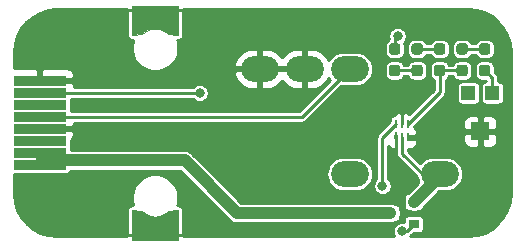
<source format=gbr>
%TF.GenerationSoftware,KiCad,Pcbnew,(5.1.10)-1*%
%TF.CreationDate,2022-01-27T10:19:25-05:00*%
%TF.ProjectId,CommaPowerProtect,436f6d6d-6150-46f7-9765-7250726f7465,rev?*%
%TF.SameCoordinates,Original*%
%TF.FileFunction,Copper,L1,Top*%
%TF.FilePolarity,Positive*%
%FSLAX46Y46*%
G04 Gerber Fmt 4.6, Leading zero omitted, Abs format (unit mm)*
G04 Created by KiCad (PCBNEW (5.1.10)-1) date 2022-01-27 10:19:25*
%MOMM*%
%LPD*%
G01*
G04 APERTURE LIST*
%TA.AperFunction,EtchedComponent*%
%ADD10C,0.100000*%
%TD*%
%TA.AperFunction,ComponentPad*%
%ADD11O,3.200000X2.200000*%
%TD*%
%TA.AperFunction,SMDPad,CuDef*%
%ADD12R,4.495800X0.812800*%
%TD*%
%TA.AperFunction,SMDPad,CuDef*%
%ADD13R,1.200000X1.200000*%
%TD*%
%TA.AperFunction,SMDPad,CuDef*%
%ADD14R,1.600000X1.500000*%
%TD*%
%TA.AperFunction,SMDPad,CuDef*%
%ADD15R,0.900000X0.800000*%
%TD*%
%TA.AperFunction,SMDPad,CuDef*%
%ADD16R,0.280000X0.850000*%
%TD*%
%TA.AperFunction,SMDPad,CuDef*%
%ADD17R,0.280000X0.750000*%
%TD*%
%TA.AperFunction,ViaPad*%
%ADD18C,0.800000*%
%TD*%
%TA.AperFunction,Conductor*%
%ADD19C,0.250000*%
%TD*%
%TA.AperFunction,Conductor*%
%ADD20C,1.000000*%
%TD*%
%TA.AperFunction,Conductor*%
%ADD21C,0.254000*%
%TD*%
%TA.AperFunction,Conductor*%
%ADD22C,0.100000*%
%TD*%
G04 APERTURE END LIST*
D10*
%TO.C,J2*%
G36*
X90170402Y-54141624D02*
G01*
X90981989Y-54088088D01*
X91224478Y-53889082D01*
X91501131Y-53741208D01*
X91801318Y-53650147D01*
X92113501Y-53619400D01*
X92425685Y-53650147D01*
X92725871Y-53741208D01*
X93002525Y-53889082D01*
X93245013Y-54088088D01*
X94056602Y-54141624D01*
X94056602Y-51677824D01*
X90170402Y-51677824D01*
X90170402Y-54141624D01*
G37*
X90170402Y-54141624D02*
X90981989Y-54088088D01*
X91224478Y-53889082D01*
X91501131Y-53741208D01*
X91801318Y-53650147D01*
X92113501Y-53619400D01*
X92425685Y-53650147D01*
X92725871Y-53741208D01*
X93002525Y-53889082D01*
X93245013Y-54088088D01*
X94056602Y-54141624D01*
X94056602Y-51677824D01*
X90170402Y-51677824D01*
X90170402Y-54141624D01*
G36*
X90170402Y-68997576D02*
G01*
X90981989Y-69051112D01*
X91224478Y-69250118D01*
X91501131Y-69397992D01*
X91801318Y-69489053D01*
X92113501Y-69519800D01*
X92425685Y-69489053D01*
X92725871Y-69397992D01*
X93002525Y-69250118D01*
X93245013Y-69051112D01*
X94056602Y-68997576D01*
X94056602Y-71461376D01*
X90170402Y-71461376D01*
X90170402Y-68997576D01*
G37*
X90170402Y-68997576D02*
X90981989Y-69051112D01*
X91224478Y-69250118D01*
X91501131Y-69397992D01*
X91801318Y-69489053D01*
X92113501Y-69519800D01*
X92425685Y-69489053D01*
X92725871Y-69397992D01*
X93002525Y-69250118D01*
X93245013Y-69051112D01*
X94056602Y-68997576D01*
X94056602Y-71461376D01*
X90170402Y-71461376D01*
X90170402Y-68997576D01*
%TD*%
D11*
%TO.P,J1,6*%
%TO.N,/CAN_H*%
X108585000Y-57023000D03*
%TO.P,J1,4*%
%TO.N,GND*%
X100965000Y-57023000D03*
%TO.P,J1,14*%
%TO.N,/CAN_L*%
X108585000Y-65913000D03*
%TO.P,J1,5*%
%TO.N,GND*%
X104775000Y-57023000D03*
%TO.P,J1,16*%
%TO.N,/VCC_IN*%
X116205000Y-65913000D03*
%TD*%
D12*
%TO.P,J2,1*%
%TO.N,GND*%
X82353500Y-57999600D03*
%TO.P,J2,2*%
%TO.N,/CAN_L*%
X82353500Y-59019600D03*
%TO.P,J2,3*%
%TO.N,Net-(J2-Pad3)*%
X82353500Y-60039601D03*
%TO.P,J2,4*%
%TO.N,/CAN_H*%
X82353500Y-61059601D03*
%TO.P,J2,5*%
%TO.N,GND*%
X82353500Y-62079599D03*
%TO.P,J2,6*%
%TO.N,Net-(J2-Pad6)*%
X82353500Y-63099599D03*
%TO.P,J2,7*%
%TO.N,/VCC_TO_RELAY*%
X82353500Y-64119600D03*
%TO.P,J2,8*%
X82353500Y-65139600D03*
%TD*%
D13*
%TO.P,R3,1*%
%TO.N,Net-(R3-Pad1)*%
X120650000Y-59055000D03*
%TO.P,R3,3*%
%TO.N,N/C*%
X118650000Y-59055000D03*
D14*
%TO.P,R3,2*%
%TO.N,GND*%
X119650000Y-62305000D03*
%TD*%
%TO.P,R4,1*%
%TO.N,Net-(R4-Pad1)*%
%TA.AperFunction,SMDPad,CuDef*%
G36*
G01*
X114062500Y-54837500D02*
X114537500Y-54837500D01*
G75*
G02*
X114775000Y-55075000I0J-237500D01*
G01*
X114775000Y-55575000D01*
G75*
G02*
X114537500Y-55812500I-237500J0D01*
G01*
X114062500Y-55812500D01*
G75*
G02*
X113825000Y-55575000I0J237500D01*
G01*
X113825000Y-55075000D01*
G75*
G02*
X114062500Y-54837500I237500J0D01*
G01*
G37*
%TD.AperFunction*%
%TO.P,R4,2*%
%TO.N,Net-(R1-Pad2)*%
%TA.AperFunction,SMDPad,CuDef*%
G36*
G01*
X114062500Y-56662500D02*
X114537500Y-56662500D01*
G75*
G02*
X114775000Y-56900000I0J-237500D01*
G01*
X114775000Y-57400000D01*
G75*
G02*
X114537500Y-57637500I-237500J0D01*
G01*
X114062500Y-57637500D01*
G75*
G02*
X113825000Y-57400000I0J237500D01*
G01*
X113825000Y-56900000D01*
G75*
G02*
X114062500Y-56662500I237500J0D01*
G01*
G37*
%TD.AperFunction*%
%TD*%
D15*
%TO.P,Q1,1*%
%TO.N,Net-(Q1-Pad1)*%
X114030000Y-70165000D03*
%TO.P,Q1,2*%
%TO.N,/VCC_IN*%
X114030000Y-68265000D03*
%TO.P,Q1,3*%
%TO.N,/VCC_TO_RELAY*%
X112030000Y-69215000D03*
%TD*%
%TO.P,R1,1*%
%TO.N,/VCC_IN*%
%TA.AperFunction,SMDPad,CuDef*%
G36*
G01*
X112157500Y-54837500D02*
X112632500Y-54837500D01*
G75*
G02*
X112870000Y-55075000I0J-237500D01*
G01*
X112870000Y-55575000D01*
G75*
G02*
X112632500Y-55812500I-237500J0D01*
G01*
X112157500Y-55812500D01*
G75*
G02*
X111920000Y-55575000I0J237500D01*
G01*
X111920000Y-55075000D01*
G75*
G02*
X112157500Y-54837500I237500J0D01*
G01*
G37*
%TD.AperFunction*%
%TO.P,R1,2*%
%TO.N,Net-(R1-Pad2)*%
%TA.AperFunction,SMDPad,CuDef*%
G36*
G01*
X112157500Y-56662500D02*
X112632500Y-56662500D01*
G75*
G02*
X112870000Y-56900000I0J-237500D01*
G01*
X112870000Y-57400000D01*
G75*
G02*
X112632500Y-57637500I-237500J0D01*
G01*
X112157500Y-57637500D01*
G75*
G02*
X111920000Y-57400000I0J237500D01*
G01*
X111920000Y-56900000D01*
G75*
G02*
X112157500Y-56662500I237500J0D01*
G01*
G37*
%TD.AperFunction*%
%TD*%
%TO.P,R2,2*%
%TO.N,Net-(R2-Pad2)*%
%TA.AperFunction,SMDPad,CuDef*%
G36*
G01*
X118347500Y-55812500D02*
X117872500Y-55812500D01*
G75*
G02*
X117635000Y-55575000I0J237500D01*
G01*
X117635000Y-55075000D01*
G75*
G02*
X117872500Y-54837500I237500J0D01*
G01*
X118347500Y-54837500D01*
G75*
G02*
X118585000Y-55075000I0J-237500D01*
G01*
X118585000Y-55575000D01*
G75*
G02*
X118347500Y-55812500I-237500J0D01*
G01*
G37*
%TD.AperFunction*%
%TO.P,R2,1*%
%TO.N,Net-(R2-Pad1)*%
%TA.AperFunction,SMDPad,CuDef*%
G36*
G01*
X118347500Y-57637500D02*
X117872500Y-57637500D01*
G75*
G02*
X117635000Y-57400000I0J237500D01*
G01*
X117635000Y-56900000D01*
G75*
G02*
X117872500Y-56662500I237500J0D01*
G01*
X118347500Y-56662500D01*
G75*
G02*
X118585000Y-56900000I0J-237500D01*
G01*
X118585000Y-57400000D01*
G75*
G02*
X118347500Y-57637500I-237500J0D01*
G01*
G37*
%TD.AperFunction*%
%TD*%
%TO.P,R5,2*%
%TO.N,Net-(R2-Pad2)*%
%TA.AperFunction,SMDPad,CuDef*%
G36*
G01*
X120252500Y-55812500D02*
X119777500Y-55812500D01*
G75*
G02*
X119540000Y-55575000I0J237500D01*
G01*
X119540000Y-55075000D01*
G75*
G02*
X119777500Y-54837500I237500J0D01*
G01*
X120252500Y-54837500D01*
G75*
G02*
X120490000Y-55075000I0J-237500D01*
G01*
X120490000Y-55575000D01*
G75*
G02*
X120252500Y-55812500I-237500J0D01*
G01*
G37*
%TD.AperFunction*%
%TO.P,R5,1*%
%TO.N,Net-(R3-Pad1)*%
%TA.AperFunction,SMDPad,CuDef*%
G36*
G01*
X120252500Y-57637500D02*
X119777500Y-57637500D01*
G75*
G02*
X119540000Y-57400000I0J237500D01*
G01*
X119540000Y-56900000D01*
G75*
G02*
X119777500Y-56662500I237500J0D01*
G01*
X120252500Y-56662500D01*
G75*
G02*
X120490000Y-56900000I0J-237500D01*
G01*
X120490000Y-57400000D01*
G75*
G02*
X120252500Y-57637500I-237500J0D01*
G01*
G37*
%TD.AperFunction*%
%TD*%
%TO.P,R6,1*%
%TO.N,Net-(R4-Pad1)*%
%TA.AperFunction,SMDPad,CuDef*%
G36*
G01*
X115967500Y-54837500D02*
X116442500Y-54837500D01*
G75*
G02*
X116680000Y-55075000I0J-237500D01*
G01*
X116680000Y-55575000D01*
G75*
G02*
X116442500Y-55812500I-237500J0D01*
G01*
X115967500Y-55812500D01*
G75*
G02*
X115730000Y-55575000I0J237500D01*
G01*
X115730000Y-55075000D01*
G75*
G02*
X115967500Y-54837500I237500J0D01*
G01*
G37*
%TD.AperFunction*%
%TO.P,R6,2*%
%TO.N,Net-(R2-Pad1)*%
%TA.AperFunction,SMDPad,CuDef*%
G36*
G01*
X115967500Y-56662500D02*
X116442500Y-56662500D01*
G75*
G02*
X116680000Y-56900000I0J-237500D01*
G01*
X116680000Y-57400000D01*
G75*
G02*
X116442500Y-57637500I-237500J0D01*
G01*
X115967500Y-57637500D01*
G75*
G02*
X115730000Y-57400000I0J237500D01*
G01*
X115730000Y-56900000D01*
G75*
G02*
X115967500Y-56662500I237500J0D01*
G01*
G37*
%TD.AperFunction*%
%TD*%
D16*
%TO.P,U1,1*%
%TO.N,GND*%
X112530000Y-62755000D03*
D17*
%TO.P,U1,2*%
%TO.N,/VCC_IN*%
X113030000Y-62805000D03*
%TO.P,U1,3*%
%TO.N,GND*%
X113530000Y-62805000D03*
%TO.P,U1,4*%
%TO.N,Net-(R2-Pad1)*%
X113530000Y-61655000D03*
%TO.P,U1,5*%
%TO.N,GND*%
X113030000Y-61655000D03*
%TO.P,U1,6*%
%TO.N,Net-(Q1-Pad1)*%
X112530000Y-61655000D03*
%TD*%
D18*
%TO.N,/CAN_L*%
X95885000Y-59055000D03*
%TO.N,Net-(Q1-Pad1)*%
X113030000Y-70739000D03*
X111360001Y-66910001D03*
%TO.N,/VCC_IN*%
X112649000Y-54229000D03*
%TD*%
D19*
%TO.N,/CAN_H*%
X104548399Y-61059601D02*
X82353500Y-61059601D01*
X108585000Y-57023000D02*
X104548399Y-61059601D01*
%TO.N,/CAN_L*%
X82388900Y-59055000D02*
X82353500Y-59019600D01*
X95885000Y-59055000D02*
X82388900Y-59055000D01*
%TO.N,Net-(Q1-Pad1)*%
X111360001Y-62824999D02*
X112530000Y-61655000D01*
X111360001Y-66910001D02*
X111360001Y-66910001D01*
X111360001Y-66910001D02*
X111360001Y-62824999D01*
X113030000Y-70739000D02*
X113456000Y-70739000D01*
X113456000Y-70739000D02*
X114030000Y-70165000D01*
%TO.N,Net-(R1-Pad2)*%
X114300000Y-57150000D02*
X112395000Y-57150000D01*
%TO.N,GND*%
X88900000Y-52070000D02*
X95250000Y-52070000D01*
X88900000Y-71120000D02*
X95250000Y-71120000D01*
X112530000Y-62755000D02*
X112530000Y-63111000D01*
X112530000Y-62755000D02*
X112530000Y-63746000D01*
X113030000Y-61655000D02*
X113030000Y-60579000D01*
%TO.N,/VCC_IN*%
X114763000Y-65913000D02*
X116205000Y-65913000D01*
X113030000Y-64180000D02*
X114763000Y-65913000D01*
X113030000Y-63630000D02*
X113030000Y-64180000D01*
X113030000Y-64135000D02*
X113030000Y-63630000D01*
D20*
X116205000Y-66090000D02*
X114030000Y-68265000D01*
X116205000Y-65913000D02*
X116205000Y-66090000D01*
D19*
X113030000Y-63630000D02*
X113030000Y-62805000D01*
X112395000Y-54483000D02*
X112649000Y-54229000D01*
X112395000Y-55325000D02*
X112395000Y-54483000D01*
D20*
%TO.N,/VCC_TO_RELAY*%
X112030000Y-69215000D02*
X99060000Y-69215000D01*
X99060000Y-69215000D02*
X94615000Y-64770000D01*
X94615000Y-64770000D02*
X82550000Y-64770000D01*
D19*
X82353500Y-64966500D02*
X82550000Y-64770000D01*
X82353500Y-65139600D02*
X82353500Y-64966500D01*
X82353500Y-65139600D02*
X82353500Y-64119600D01*
%TO.N,Net-(R2-Pad2)*%
X118110000Y-55325000D02*
X120015000Y-55325000D01*
%TO.N,Net-(R2-Pad1)*%
X116205000Y-57150000D02*
X118110000Y-57150000D01*
X116205000Y-58980000D02*
X113530000Y-61655000D01*
X116205000Y-57150000D02*
X116205000Y-58980000D01*
%TO.N,Net-(R3-Pad1)*%
X120015000Y-57150000D02*
X120650000Y-57785000D01*
X120650000Y-57785000D02*
X120650000Y-59055000D01*
%TO.N,Net-(R4-Pad1)*%
X116205000Y-55325000D02*
X114300000Y-55325000D01*
%TD*%
D21*
%TO.N,GND*%
X119316480Y-52034414D02*
X119988355Y-52237265D01*
X120608035Y-52566755D01*
X121151914Y-53010331D01*
X121599278Y-53551098D01*
X121933087Y-54168466D01*
X122140624Y-54838909D01*
X122215977Y-55555838D01*
X122216002Y-55563108D01*
X122216001Y-67542343D01*
X122145587Y-68260479D01*
X121942736Y-68932353D01*
X121613245Y-69552037D01*
X121169668Y-70095915D01*
X120628903Y-70543276D01*
X120011534Y-70877086D01*
X119341092Y-71084622D01*
X118624163Y-71159975D01*
X118617180Y-71159999D01*
X113733285Y-71159999D01*
X113736245Y-71158417D01*
X113812684Y-71095684D01*
X113828401Y-71076533D01*
X113961111Y-70943824D01*
X114480000Y-70943824D01*
X114553905Y-70936545D01*
X114624970Y-70914988D01*
X114690463Y-70879981D01*
X114747869Y-70832869D01*
X114794981Y-70775463D01*
X114829988Y-70709970D01*
X114851545Y-70638905D01*
X114858824Y-70565000D01*
X114858824Y-69765000D01*
X114851545Y-69691095D01*
X114829988Y-69620030D01*
X114794981Y-69554537D01*
X114747869Y-69497131D01*
X114690463Y-69450019D01*
X114624970Y-69415012D01*
X114553905Y-69393455D01*
X114480000Y-69386176D01*
X113580000Y-69386176D01*
X113506095Y-69393455D01*
X113435030Y-69415012D01*
X113369537Y-69450019D01*
X113312131Y-69497131D01*
X113265019Y-69554537D01*
X113230012Y-69620030D01*
X113208455Y-69691095D01*
X113201176Y-69765000D01*
X113201176Y-69980826D01*
X113106528Y-69962000D01*
X112953472Y-69962000D01*
X112803357Y-69991859D01*
X112661952Y-70050431D01*
X112534691Y-70135464D01*
X112426464Y-70243691D01*
X112341431Y-70370952D01*
X112282859Y-70512357D01*
X112253000Y-70662472D01*
X112253000Y-70815528D01*
X112282859Y-70965643D01*
X112341431Y-71107048D01*
X112376812Y-71159999D01*
X94483602Y-71160000D01*
X94483602Y-68997576D01*
X94482373Y-68985038D01*
X94482862Y-68972445D01*
X94478314Y-68943647D01*
X94475470Y-68914638D01*
X94471829Y-68902578D01*
X94469863Y-68890130D01*
X94459807Y-68862759D01*
X94451383Y-68834859D01*
X94445470Y-68823738D01*
X94441123Y-68811907D01*
X94425941Y-68787009D01*
X94412259Y-68761278D01*
X94404297Y-68751515D01*
X94397736Y-68740756D01*
X94378015Y-68719290D01*
X94359589Y-68696697D01*
X94349879Y-68688665D01*
X94341356Y-68679387D01*
X94317837Y-68662157D01*
X94295377Y-68643577D01*
X94284296Y-68637585D01*
X94274130Y-68630138D01*
X94247715Y-68617806D01*
X94222071Y-68603940D01*
X94210033Y-68600214D01*
X94198617Y-68594884D01*
X94170313Y-68587918D01*
X94142462Y-68579297D01*
X94129930Y-68577980D01*
X94117696Y-68574969D01*
X94088579Y-68573634D01*
X94059583Y-68570586D01*
X94047033Y-68571728D01*
X94034448Y-68571151D01*
X94028496Y-68571502D01*
X93982318Y-68574548D01*
X94014718Y-68496328D01*
X94090701Y-68114337D01*
X94090701Y-67724863D01*
X94014718Y-67342872D01*
X93865673Y-66983045D01*
X93649293Y-66659208D01*
X93373893Y-66383808D01*
X93050056Y-66167428D01*
X92690229Y-66018383D01*
X92308238Y-65942400D01*
X91918764Y-65942400D01*
X91536773Y-66018383D01*
X91176946Y-66167428D01*
X90853109Y-66383808D01*
X90577709Y-66659208D01*
X90361329Y-66983045D01*
X90212284Y-67342872D01*
X90136301Y-67724863D01*
X90136301Y-68114337D01*
X90212284Y-68496328D01*
X90244684Y-68574548D01*
X90198508Y-68571502D01*
X90185917Y-68571903D01*
X90173383Y-68570586D01*
X90144349Y-68573228D01*
X90115214Y-68574157D01*
X90102939Y-68576997D01*
X90090390Y-68578139D01*
X90062417Y-68586372D01*
X90034023Y-68592941D01*
X90022538Y-68598109D01*
X90010445Y-68601668D01*
X89984603Y-68615178D01*
X89958026Y-68627137D01*
X89947759Y-68634441D01*
X89936593Y-68640278D01*
X89913876Y-68658543D01*
X89890119Y-68675442D01*
X89881466Y-68684601D01*
X89871646Y-68692496D01*
X89852908Y-68714827D01*
X89832887Y-68736018D01*
X89826176Y-68746685D01*
X89818079Y-68756335D01*
X89804039Y-68781874D01*
X89788511Y-68806556D01*
X89784000Y-68818324D01*
X89777931Y-68829363D01*
X89769117Y-68857148D01*
X89758682Y-68884370D01*
X89756543Y-68896788D01*
X89752733Y-68908798D01*
X89749485Y-68937758D01*
X89744534Y-68966496D01*
X89744848Y-68979099D01*
X89743444Y-68991614D01*
X89743402Y-68997576D01*
X89743402Y-71160001D01*
X83787668Y-71160001D01*
X83069521Y-71089586D01*
X82397647Y-70886735D01*
X81777963Y-70557244D01*
X81234085Y-70113667D01*
X80786724Y-69572902D01*
X80452914Y-68955533D01*
X80245378Y-68285091D01*
X80170025Y-67568162D01*
X80170001Y-67561180D01*
X80170001Y-65924824D01*
X84601400Y-65924824D01*
X84675305Y-65917545D01*
X84746370Y-65895988D01*
X84811863Y-65860981D01*
X84869269Y-65813869D01*
X84916381Y-65756463D01*
X84951388Y-65690970D01*
X84964726Y-65647000D01*
X94251735Y-65647000D01*
X98409403Y-69804668D01*
X98436867Y-69838133D01*
X98570408Y-69947727D01*
X98722763Y-70029162D01*
X98888078Y-70079310D01*
X99016921Y-70092000D01*
X99016930Y-70092000D01*
X99059999Y-70096242D01*
X99103069Y-70092000D01*
X112073079Y-70092000D01*
X112201922Y-70079310D01*
X112367237Y-70029162D01*
X112433350Y-69993824D01*
X112480000Y-69993824D01*
X112553905Y-69986545D01*
X112624970Y-69964988D01*
X112690463Y-69929981D01*
X112747869Y-69882869D01*
X112794981Y-69825463D01*
X112829988Y-69759970D01*
X112851545Y-69688905D01*
X112858824Y-69615000D01*
X112858824Y-69503903D01*
X112894310Y-69386922D01*
X112911243Y-69215000D01*
X112894310Y-69043078D01*
X112858824Y-68926097D01*
X112858824Y-68815000D01*
X112851545Y-68741095D01*
X112829988Y-68670030D01*
X112794981Y-68604537D01*
X112747869Y-68547131D01*
X112690463Y-68500019D01*
X112624970Y-68465012D01*
X112553905Y-68443455D01*
X112480000Y-68436176D01*
X112433350Y-68436176D01*
X112367237Y-68400838D01*
X112201922Y-68350690D01*
X112073079Y-68338000D01*
X99423265Y-68338000D01*
X96998265Y-65913000D01*
X106600854Y-65913000D01*
X106629371Y-66202543D01*
X106713828Y-66480958D01*
X106850978Y-66737547D01*
X107035550Y-66962450D01*
X107260453Y-67147022D01*
X107517042Y-67284172D01*
X107795457Y-67368629D01*
X108012444Y-67390000D01*
X109157556Y-67390000D01*
X109374543Y-67368629D01*
X109652958Y-67284172D01*
X109909547Y-67147022D01*
X110134450Y-66962450D01*
X110240298Y-66833473D01*
X110583001Y-66833473D01*
X110583001Y-66986529D01*
X110612860Y-67136644D01*
X110671432Y-67278049D01*
X110756465Y-67405310D01*
X110864692Y-67513537D01*
X110991953Y-67598570D01*
X111133358Y-67657142D01*
X111283473Y-67687001D01*
X111436529Y-67687001D01*
X111586644Y-67657142D01*
X111728049Y-67598570D01*
X111855310Y-67513537D01*
X111963537Y-67405310D01*
X112048570Y-67278049D01*
X112107142Y-67136644D01*
X112137001Y-66986529D01*
X112137001Y-66833473D01*
X112107142Y-66683358D01*
X112048570Y-66541953D01*
X111963537Y-66414692D01*
X111862001Y-66313156D01*
X111862001Y-63535796D01*
X111929274Y-63621438D01*
X112024247Y-63702839D01*
X112133275Y-63764147D01*
X112252170Y-63803008D01*
X112358250Y-63815000D01*
X112402998Y-63770252D01*
X112402998Y-63815000D01*
X112528000Y-63815000D01*
X112528000Y-64155357D01*
X112525573Y-64180000D01*
X112535265Y-64278409D01*
X112563970Y-64373036D01*
X112610584Y-64460245D01*
X112657601Y-64517535D01*
X112657604Y-64517538D01*
X112673317Y-64536684D01*
X112692463Y-64552397D01*
X114239185Y-66099120D01*
X114249371Y-66202543D01*
X114333828Y-66480958D01*
X114417409Y-66637326D01*
X113567309Y-67487426D01*
X113506095Y-67493455D01*
X113435030Y-67515012D01*
X113369537Y-67550019D01*
X113312131Y-67597131D01*
X113265019Y-67654537D01*
X113230012Y-67720030D01*
X113208455Y-67791095D01*
X113201176Y-67865000D01*
X113201176Y-67976098D01*
X113165690Y-68093078D01*
X113148757Y-68265000D01*
X113165690Y-68436922D01*
X113201176Y-68553902D01*
X113201176Y-68665000D01*
X113208455Y-68738905D01*
X113230012Y-68809970D01*
X113265019Y-68875463D01*
X113312131Y-68932869D01*
X113369537Y-68979981D01*
X113435030Y-69014988D01*
X113506095Y-69036545D01*
X113580000Y-69043824D01*
X113626651Y-69043824D01*
X113692764Y-69079162D01*
X113858078Y-69129310D01*
X114030000Y-69146243D01*
X114201922Y-69129310D01*
X114367236Y-69079162D01*
X114433349Y-69043824D01*
X114480000Y-69043824D01*
X114553905Y-69036545D01*
X114624970Y-69014988D01*
X114690463Y-68979981D01*
X114747869Y-68932869D01*
X114794981Y-68875463D01*
X114829988Y-68809970D01*
X114851545Y-68738905D01*
X114857574Y-68677691D01*
X116145265Y-67390000D01*
X116777556Y-67390000D01*
X116994543Y-67368629D01*
X117272958Y-67284172D01*
X117529547Y-67147022D01*
X117754450Y-66962450D01*
X117939022Y-66737547D01*
X118076172Y-66480958D01*
X118160629Y-66202543D01*
X118189146Y-65913000D01*
X118160629Y-65623457D01*
X118076172Y-65345042D01*
X117939022Y-65088453D01*
X117754450Y-64863550D01*
X117529547Y-64678978D01*
X117272958Y-64541828D01*
X116994543Y-64457371D01*
X116777556Y-64436000D01*
X115632444Y-64436000D01*
X115415457Y-64457371D01*
X115137042Y-64541828D01*
X114880453Y-64678978D01*
X114655550Y-64863550D01*
X114550946Y-64991011D01*
X113532000Y-63972066D01*
X113532000Y-63815000D01*
X113657002Y-63815000D01*
X113657002Y-63770252D01*
X113701750Y-63815000D01*
X113808791Y-63802794D01*
X113927626Y-63763751D01*
X114036560Y-63702274D01*
X114131407Y-63620726D01*
X114208522Y-63522242D01*
X114264943Y-63410605D01*
X114298500Y-63290107D01*
X114307904Y-63165377D01*
X114305000Y-63090750D01*
X114269250Y-63055000D01*
X118211928Y-63055000D01*
X118224188Y-63179482D01*
X118260498Y-63299180D01*
X118319463Y-63409494D01*
X118398815Y-63506185D01*
X118495506Y-63585537D01*
X118605820Y-63644502D01*
X118725518Y-63680812D01*
X118850000Y-63693072D01*
X119364250Y-63690000D01*
X119523000Y-63531250D01*
X119523000Y-62432000D01*
X119777000Y-62432000D01*
X119777000Y-63531250D01*
X119935750Y-63690000D01*
X120450000Y-63693072D01*
X120574482Y-63680812D01*
X120694180Y-63644502D01*
X120804494Y-63585537D01*
X120901185Y-63506185D01*
X120980537Y-63409494D01*
X121039502Y-63299180D01*
X121075812Y-63179482D01*
X121088072Y-63055000D01*
X121085000Y-62590750D01*
X120926250Y-62432000D01*
X119777000Y-62432000D01*
X119523000Y-62432000D01*
X118373750Y-62432000D01*
X118215000Y-62590750D01*
X118211928Y-63055000D01*
X114269250Y-63055000D01*
X114146250Y-62932000D01*
X113548824Y-62932000D01*
X113548824Y-62678000D01*
X114146250Y-62678000D01*
X114305000Y-62519250D01*
X114307904Y-62444623D01*
X114298500Y-62319893D01*
X114264943Y-62199395D01*
X114208522Y-62087758D01*
X114131407Y-61989274D01*
X114048824Y-61918270D01*
X114048824Y-61846110D01*
X114339934Y-61555000D01*
X118211928Y-61555000D01*
X118215000Y-62019250D01*
X118373750Y-62178000D01*
X119523000Y-62178000D01*
X119523000Y-61078750D01*
X119777000Y-61078750D01*
X119777000Y-62178000D01*
X120926250Y-62178000D01*
X121085000Y-62019250D01*
X121088072Y-61555000D01*
X121075812Y-61430518D01*
X121039502Y-61310820D01*
X120980537Y-61200506D01*
X120901185Y-61103815D01*
X120804494Y-61024463D01*
X120694180Y-60965498D01*
X120574482Y-60929188D01*
X120450000Y-60916928D01*
X119935750Y-60920000D01*
X119777000Y-61078750D01*
X119523000Y-61078750D01*
X119364250Y-60920000D01*
X118850000Y-60916928D01*
X118725518Y-60929188D01*
X118605820Y-60965498D01*
X118495506Y-61024463D01*
X118398815Y-61103815D01*
X118319463Y-61200506D01*
X118260498Y-61310820D01*
X118224188Y-61430518D01*
X118211928Y-61555000D01*
X114339934Y-61555000D01*
X116542538Y-59352397D01*
X116561684Y-59336684D01*
X116624417Y-59260245D01*
X116671031Y-59173036D01*
X116699736Y-59078409D01*
X116707000Y-59004653D01*
X116707000Y-59004644D01*
X116709427Y-58980001D01*
X116707000Y-58955358D01*
X116707000Y-58455000D01*
X117671176Y-58455000D01*
X117671176Y-59655000D01*
X117678455Y-59728905D01*
X117700012Y-59799970D01*
X117735019Y-59865463D01*
X117782131Y-59922869D01*
X117839537Y-59969981D01*
X117905030Y-60004988D01*
X117976095Y-60026545D01*
X118050000Y-60033824D01*
X119250000Y-60033824D01*
X119323905Y-60026545D01*
X119394970Y-60004988D01*
X119460463Y-59969981D01*
X119517869Y-59922869D01*
X119564981Y-59865463D01*
X119599988Y-59799970D01*
X119621545Y-59728905D01*
X119628824Y-59655000D01*
X119628824Y-58455000D01*
X119621545Y-58381095D01*
X119599988Y-58310030D01*
X119564981Y-58244537D01*
X119517869Y-58187131D01*
X119460463Y-58140019D01*
X119394970Y-58105012D01*
X119323905Y-58083455D01*
X119250000Y-58076176D01*
X118050000Y-58076176D01*
X117976095Y-58083455D01*
X117905030Y-58105012D01*
X117839537Y-58140019D01*
X117782131Y-58187131D01*
X117735019Y-58244537D01*
X117700012Y-58310030D01*
X117678455Y-58381095D01*
X117671176Y-58455000D01*
X116707000Y-58455000D01*
X116707000Y-57954099D01*
X116784911Y-57912455D01*
X116878307Y-57835807D01*
X116954955Y-57742411D01*
X117003280Y-57652000D01*
X117311720Y-57652000D01*
X117360045Y-57742411D01*
X117436693Y-57835807D01*
X117530089Y-57912455D01*
X117636643Y-57969409D01*
X117752261Y-58004482D01*
X117872500Y-58016324D01*
X118347500Y-58016324D01*
X118467739Y-58004482D01*
X118583357Y-57969409D01*
X118689911Y-57912455D01*
X118783307Y-57835807D01*
X118859955Y-57742411D01*
X118916909Y-57635857D01*
X118951982Y-57520239D01*
X118963824Y-57400000D01*
X118963824Y-56900000D01*
X119161176Y-56900000D01*
X119161176Y-57400000D01*
X119173018Y-57520239D01*
X119208091Y-57635857D01*
X119265045Y-57742411D01*
X119341693Y-57835807D01*
X119435089Y-57912455D01*
X119541643Y-57969409D01*
X119657261Y-58004482D01*
X119777500Y-58016324D01*
X120148000Y-58016324D01*
X120148000Y-58076176D01*
X120050000Y-58076176D01*
X119976095Y-58083455D01*
X119905030Y-58105012D01*
X119839537Y-58140019D01*
X119782131Y-58187131D01*
X119735019Y-58244537D01*
X119700012Y-58310030D01*
X119678455Y-58381095D01*
X119671176Y-58455000D01*
X119671176Y-59655000D01*
X119678455Y-59728905D01*
X119700012Y-59799970D01*
X119735019Y-59865463D01*
X119782131Y-59922869D01*
X119839537Y-59969981D01*
X119905030Y-60004988D01*
X119976095Y-60026545D01*
X120050000Y-60033824D01*
X121250000Y-60033824D01*
X121323905Y-60026545D01*
X121394970Y-60004988D01*
X121460463Y-59969981D01*
X121517869Y-59922869D01*
X121564981Y-59865463D01*
X121599988Y-59799970D01*
X121621545Y-59728905D01*
X121628824Y-59655000D01*
X121628824Y-58455000D01*
X121621545Y-58381095D01*
X121599988Y-58310030D01*
X121564981Y-58244537D01*
X121517869Y-58187131D01*
X121460463Y-58140019D01*
X121394970Y-58105012D01*
X121323905Y-58083455D01*
X121250000Y-58076176D01*
X121152000Y-58076176D01*
X121152000Y-57809645D01*
X121154427Y-57785000D01*
X121152000Y-57760354D01*
X121152000Y-57760347D01*
X121144736Y-57686591D01*
X121134243Y-57652000D01*
X121116031Y-57591963D01*
X121069417Y-57504754D01*
X121022400Y-57447464D01*
X121022392Y-57447456D01*
X121006684Y-57428316D01*
X120987543Y-57412607D01*
X120868824Y-57293888D01*
X120868824Y-56900000D01*
X120856982Y-56779761D01*
X120821909Y-56664143D01*
X120764955Y-56557589D01*
X120688307Y-56464193D01*
X120594911Y-56387545D01*
X120488357Y-56330591D01*
X120372739Y-56295518D01*
X120252500Y-56283676D01*
X119777500Y-56283676D01*
X119657261Y-56295518D01*
X119541643Y-56330591D01*
X119435089Y-56387545D01*
X119341693Y-56464193D01*
X119265045Y-56557589D01*
X119208091Y-56664143D01*
X119173018Y-56779761D01*
X119161176Y-56900000D01*
X118963824Y-56900000D01*
X118951982Y-56779761D01*
X118916909Y-56664143D01*
X118859955Y-56557589D01*
X118783307Y-56464193D01*
X118689911Y-56387545D01*
X118583357Y-56330591D01*
X118467739Y-56295518D01*
X118347500Y-56283676D01*
X117872500Y-56283676D01*
X117752261Y-56295518D01*
X117636643Y-56330591D01*
X117530089Y-56387545D01*
X117436693Y-56464193D01*
X117360045Y-56557589D01*
X117311720Y-56648000D01*
X117003280Y-56648000D01*
X116954955Y-56557589D01*
X116878307Y-56464193D01*
X116784911Y-56387545D01*
X116678357Y-56330591D01*
X116562739Y-56295518D01*
X116442500Y-56283676D01*
X115967500Y-56283676D01*
X115847261Y-56295518D01*
X115731643Y-56330591D01*
X115625089Y-56387545D01*
X115531693Y-56464193D01*
X115455045Y-56557589D01*
X115398091Y-56664143D01*
X115363018Y-56779761D01*
X115351176Y-56900000D01*
X115351176Y-57400000D01*
X115363018Y-57520239D01*
X115398091Y-57635857D01*
X115455045Y-57742411D01*
X115531693Y-57835807D01*
X115625089Y-57912455D01*
X115703000Y-57954099D01*
X115703001Y-58772064D01*
X113633333Y-60841733D01*
X113631407Y-60839274D01*
X113536560Y-60757726D01*
X113427626Y-60696249D01*
X113308791Y-60657206D01*
X113201750Y-60645000D01*
X113043000Y-60803750D01*
X113043000Y-61129440D01*
X113040012Y-61135030D01*
X113030000Y-61168036D01*
X113019988Y-61135030D01*
X113017000Y-61129440D01*
X113017000Y-60803750D01*
X112858250Y-60645000D01*
X112751209Y-60657206D01*
X112632374Y-60696249D01*
X112523440Y-60757726D01*
X112428593Y-60839274D01*
X112379297Y-60902230D01*
X112316095Y-60908455D01*
X112245030Y-60930012D01*
X112179537Y-60965019D01*
X112122131Y-61012131D01*
X112075019Y-61069537D01*
X112040012Y-61135030D01*
X112018455Y-61206095D01*
X112011176Y-61280000D01*
X112011176Y-61463889D01*
X111022464Y-62452602D01*
X111003318Y-62468315D01*
X110987605Y-62487461D01*
X110987602Y-62487464D01*
X110940585Y-62544754D01*
X110893971Y-62631963D01*
X110865266Y-62726590D01*
X110855574Y-62824999D01*
X110858002Y-62849652D01*
X110858001Y-66313156D01*
X110756465Y-66414692D01*
X110671432Y-66541953D01*
X110612860Y-66683358D01*
X110583001Y-66833473D01*
X110240298Y-66833473D01*
X110319022Y-66737547D01*
X110456172Y-66480958D01*
X110540629Y-66202543D01*
X110569146Y-65913000D01*
X110540629Y-65623457D01*
X110456172Y-65345042D01*
X110319022Y-65088453D01*
X110134450Y-64863550D01*
X109909547Y-64678978D01*
X109652958Y-64541828D01*
X109374543Y-64457371D01*
X109157556Y-64436000D01*
X108012444Y-64436000D01*
X107795457Y-64457371D01*
X107517042Y-64541828D01*
X107260453Y-64678978D01*
X107035550Y-64863550D01*
X106850978Y-65088453D01*
X106713828Y-65345042D01*
X106629371Y-65623457D01*
X106600854Y-65913000D01*
X96998265Y-65913000D01*
X95265597Y-64180332D01*
X95238133Y-64146867D01*
X95104592Y-64037273D01*
X94952237Y-63955838D01*
X94786922Y-63905690D01*
X94615000Y-63888757D01*
X94571921Y-63893000D01*
X84980224Y-63893000D01*
X84980224Y-63713200D01*
X84972945Y-63639295D01*
X84963937Y-63609599D01*
X84972945Y-63579904D01*
X84980224Y-63505999D01*
X84980224Y-62996569D01*
X85052585Y-62937184D01*
X85131937Y-62840493D01*
X85190902Y-62730179D01*
X85227212Y-62610481D01*
X85239472Y-62485999D01*
X85236400Y-62365349D01*
X85077650Y-62206599D01*
X82480500Y-62206599D01*
X82480500Y-62226599D01*
X82226500Y-62226599D01*
X82226500Y-62206599D01*
X82206500Y-62206599D01*
X82206500Y-61952599D01*
X82226500Y-61952599D01*
X82226500Y-61932599D01*
X82480500Y-61932599D01*
X82480500Y-61952599D01*
X85077650Y-61952599D01*
X85236400Y-61793849D01*
X85239472Y-61673199D01*
X85228481Y-61561601D01*
X104523756Y-61561601D01*
X104548399Y-61564028D01*
X104573042Y-61561601D01*
X104573052Y-61561601D01*
X104646808Y-61554337D01*
X104741435Y-61525632D01*
X104828644Y-61479018D01*
X104905083Y-61416285D01*
X104920801Y-61397133D01*
X107835374Y-58482560D01*
X108012444Y-58500000D01*
X109157556Y-58500000D01*
X109374543Y-58478629D01*
X109652958Y-58394172D01*
X109909547Y-58257022D01*
X110134450Y-58072450D01*
X110319022Y-57847547D01*
X110456172Y-57590958D01*
X110540629Y-57312543D01*
X110569146Y-57023000D01*
X110557032Y-56900000D01*
X111541176Y-56900000D01*
X111541176Y-57400000D01*
X111553018Y-57520239D01*
X111588091Y-57635857D01*
X111645045Y-57742411D01*
X111721693Y-57835807D01*
X111815089Y-57912455D01*
X111921643Y-57969409D01*
X112037261Y-58004482D01*
X112157500Y-58016324D01*
X112632500Y-58016324D01*
X112752739Y-58004482D01*
X112868357Y-57969409D01*
X112974911Y-57912455D01*
X113068307Y-57835807D01*
X113144955Y-57742411D01*
X113193280Y-57652000D01*
X113501720Y-57652000D01*
X113550045Y-57742411D01*
X113626693Y-57835807D01*
X113720089Y-57912455D01*
X113826643Y-57969409D01*
X113942261Y-58004482D01*
X114062500Y-58016324D01*
X114537500Y-58016324D01*
X114657739Y-58004482D01*
X114773357Y-57969409D01*
X114879911Y-57912455D01*
X114973307Y-57835807D01*
X115049955Y-57742411D01*
X115106909Y-57635857D01*
X115141982Y-57520239D01*
X115153824Y-57400000D01*
X115153824Y-56900000D01*
X115141982Y-56779761D01*
X115106909Y-56664143D01*
X115049955Y-56557589D01*
X114973307Y-56464193D01*
X114879911Y-56387545D01*
X114773357Y-56330591D01*
X114657739Y-56295518D01*
X114537500Y-56283676D01*
X114062500Y-56283676D01*
X113942261Y-56295518D01*
X113826643Y-56330591D01*
X113720089Y-56387545D01*
X113626693Y-56464193D01*
X113550045Y-56557589D01*
X113501720Y-56648000D01*
X113193280Y-56648000D01*
X113144955Y-56557589D01*
X113068307Y-56464193D01*
X112974911Y-56387545D01*
X112868357Y-56330591D01*
X112752739Y-56295518D01*
X112632500Y-56283676D01*
X112157500Y-56283676D01*
X112037261Y-56295518D01*
X111921643Y-56330591D01*
X111815089Y-56387545D01*
X111721693Y-56464193D01*
X111645045Y-56557589D01*
X111588091Y-56664143D01*
X111553018Y-56779761D01*
X111541176Y-56900000D01*
X110557032Y-56900000D01*
X110540629Y-56733457D01*
X110456172Y-56455042D01*
X110319022Y-56198453D01*
X110134450Y-55973550D01*
X109909547Y-55788978D01*
X109652958Y-55651828D01*
X109374543Y-55567371D01*
X109157556Y-55546000D01*
X108012444Y-55546000D01*
X107795457Y-55567371D01*
X107517042Y-55651828D01*
X107260453Y-55788978D01*
X107035550Y-55973550D01*
X106850978Y-56198453D01*
X106824850Y-56247335D01*
X106788157Y-56164683D01*
X106591633Y-55885973D01*
X106344511Y-55650958D01*
X106056288Y-55468670D01*
X105738041Y-55346114D01*
X105402000Y-55288000D01*
X104902000Y-55288000D01*
X104902000Y-56896000D01*
X104922000Y-56896000D01*
X104922000Y-57150000D01*
X104902000Y-57150000D01*
X104902000Y-58758000D01*
X105402000Y-58758000D01*
X105738041Y-58699886D01*
X106056288Y-58577330D01*
X106344511Y-58395042D01*
X106591633Y-58160027D01*
X106788157Y-57881317D01*
X106824850Y-57798665D01*
X106850978Y-57847547D01*
X106940921Y-57957144D01*
X104340465Y-60557601D01*
X84966364Y-60557601D01*
X84963937Y-60549601D01*
X84972945Y-60519906D01*
X84980224Y-60446001D01*
X84980224Y-59633201D01*
X84972945Y-59559296D01*
X84972249Y-59557000D01*
X95288155Y-59557000D01*
X95389691Y-59658536D01*
X95516952Y-59743569D01*
X95658357Y-59802141D01*
X95808472Y-59832000D01*
X95961528Y-59832000D01*
X96111643Y-59802141D01*
X96253048Y-59743569D01*
X96380309Y-59658536D01*
X96488536Y-59550309D01*
X96573569Y-59423048D01*
X96632141Y-59281643D01*
X96662000Y-59131528D01*
X96662000Y-58978472D01*
X96632141Y-58828357D01*
X96573569Y-58686952D01*
X96488536Y-58559691D01*
X96380309Y-58451464D01*
X96253048Y-58366431D01*
X96111643Y-58307859D01*
X95961528Y-58278000D01*
X95808472Y-58278000D01*
X95658357Y-58307859D01*
X95516952Y-58366431D01*
X95389691Y-58451464D01*
X95288155Y-58553000D01*
X85220381Y-58553000D01*
X85227212Y-58530482D01*
X85239472Y-58406000D01*
X85236400Y-58285350D01*
X85077650Y-58126600D01*
X82480500Y-58126600D01*
X82480500Y-58146600D01*
X82226500Y-58146600D01*
X82226500Y-58126600D01*
X82206500Y-58126600D01*
X82206500Y-57872600D01*
X82226500Y-57872600D01*
X82226500Y-57116950D01*
X82480500Y-57116950D01*
X82480500Y-57872600D01*
X85077650Y-57872600D01*
X85236400Y-57713850D01*
X85239472Y-57593200D01*
X85227212Y-57468718D01*
X85212168Y-57419122D01*
X98775825Y-57419122D01*
X98813469Y-57569622D01*
X98951843Y-57881317D01*
X99148367Y-58160027D01*
X99395489Y-58395042D01*
X99683712Y-58577330D01*
X100001959Y-58699886D01*
X100338000Y-58758000D01*
X100838000Y-58758000D01*
X100838000Y-57150000D01*
X101092000Y-57150000D01*
X101092000Y-58758000D01*
X101592000Y-58758000D01*
X101928041Y-58699886D01*
X102246288Y-58577330D01*
X102534511Y-58395042D01*
X102781633Y-58160027D01*
X102870000Y-58034705D01*
X102958367Y-58160027D01*
X103205489Y-58395042D01*
X103493712Y-58577330D01*
X103811959Y-58699886D01*
X104148000Y-58758000D01*
X104648000Y-58758000D01*
X104648000Y-57150000D01*
X101092000Y-57150000D01*
X100838000Y-57150000D01*
X98893875Y-57150000D01*
X98775825Y-57419122D01*
X85212168Y-57419122D01*
X85190902Y-57349020D01*
X85131937Y-57238706D01*
X85052585Y-57142015D01*
X84955894Y-57062663D01*
X84845580Y-57003698D01*
X84725882Y-56967388D01*
X84601400Y-56955128D01*
X82639250Y-56958200D01*
X82480500Y-57116950D01*
X82226500Y-57116950D01*
X82067750Y-56958200D01*
X80170001Y-56955229D01*
X80170001Y-55581658D01*
X80240415Y-54863524D01*
X80443268Y-54191643D01*
X80772757Y-53571965D01*
X81216335Y-53028083D01*
X81757103Y-52580722D01*
X82374469Y-52246914D01*
X83044909Y-52039378D01*
X83761840Y-51964025D01*
X83768823Y-51964001D01*
X89743402Y-51964001D01*
X89743402Y-54141624D01*
X89744631Y-54154163D01*
X89744142Y-54166755D01*
X89748690Y-54195553D01*
X89751534Y-54224562D01*
X89755175Y-54236622D01*
X89757141Y-54249070D01*
X89767197Y-54276441D01*
X89775621Y-54304341D01*
X89781534Y-54315462D01*
X89785881Y-54327293D01*
X89801063Y-54352191D01*
X89814745Y-54377922D01*
X89822707Y-54387685D01*
X89829268Y-54398444D01*
X89848989Y-54419910D01*
X89867415Y-54442503D01*
X89877125Y-54450535D01*
X89885648Y-54459813D01*
X89909164Y-54477041D01*
X89931627Y-54495623D01*
X89942712Y-54501616D01*
X89952875Y-54509062D01*
X89979285Y-54521392D01*
X90004933Y-54535260D01*
X90016972Y-54538987D01*
X90028387Y-54544316D01*
X90056691Y-54551282D01*
X90084542Y-54559903D01*
X90097074Y-54561220D01*
X90109308Y-54564231D01*
X90138425Y-54565566D01*
X90167421Y-54568614D01*
X90179971Y-54567472D01*
X90192556Y-54568049D01*
X90198508Y-54567698D01*
X90244684Y-54564652D01*
X90212284Y-54642872D01*
X90136301Y-55024863D01*
X90136301Y-55414337D01*
X90212284Y-55796328D01*
X90361329Y-56156155D01*
X90577709Y-56479992D01*
X90853109Y-56755392D01*
X91176946Y-56971772D01*
X91536773Y-57120817D01*
X91918764Y-57196800D01*
X92308238Y-57196800D01*
X92690229Y-57120817D01*
X93050056Y-56971772D01*
X93373893Y-56755392D01*
X93502407Y-56626878D01*
X98775825Y-56626878D01*
X98893875Y-56896000D01*
X100838000Y-56896000D01*
X100838000Y-55288000D01*
X101092000Y-55288000D01*
X101092000Y-56896000D01*
X104648000Y-56896000D01*
X104648000Y-55288000D01*
X104148000Y-55288000D01*
X103811959Y-55346114D01*
X103493712Y-55468670D01*
X103205489Y-55650958D01*
X102958367Y-55885973D01*
X102870000Y-56011295D01*
X102781633Y-55885973D01*
X102534511Y-55650958D01*
X102246288Y-55468670D01*
X101928041Y-55346114D01*
X101592000Y-55288000D01*
X101092000Y-55288000D01*
X100838000Y-55288000D01*
X100338000Y-55288000D01*
X100001959Y-55346114D01*
X99683712Y-55468670D01*
X99395489Y-55650958D01*
X99148367Y-55885973D01*
X98951843Y-56164683D01*
X98813469Y-56476378D01*
X98775825Y-56626878D01*
X93502407Y-56626878D01*
X93649293Y-56479992D01*
X93865673Y-56156155D01*
X94014718Y-55796328D01*
X94090701Y-55414337D01*
X94090701Y-55075000D01*
X111541176Y-55075000D01*
X111541176Y-55575000D01*
X111553018Y-55695239D01*
X111588091Y-55810857D01*
X111645045Y-55917411D01*
X111721693Y-56010807D01*
X111815089Y-56087455D01*
X111921643Y-56144409D01*
X112037261Y-56179482D01*
X112157500Y-56191324D01*
X112632500Y-56191324D01*
X112752739Y-56179482D01*
X112868357Y-56144409D01*
X112974911Y-56087455D01*
X113068307Y-56010807D01*
X113144955Y-55917411D01*
X113201909Y-55810857D01*
X113236982Y-55695239D01*
X113248824Y-55575000D01*
X113248824Y-55075000D01*
X113446176Y-55075000D01*
X113446176Y-55575000D01*
X113458018Y-55695239D01*
X113493091Y-55810857D01*
X113550045Y-55917411D01*
X113626693Y-56010807D01*
X113720089Y-56087455D01*
X113826643Y-56144409D01*
X113942261Y-56179482D01*
X114062500Y-56191324D01*
X114537500Y-56191324D01*
X114657739Y-56179482D01*
X114773357Y-56144409D01*
X114879911Y-56087455D01*
X114973307Y-56010807D01*
X115049955Y-55917411D01*
X115098280Y-55827000D01*
X115406720Y-55827000D01*
X115455045Y-55917411D01*
X115531693Y-56010807D01*
X115625089Y-56087455D01*
X115731643Y-56144409D01*
X115847261Y-56179482D01*
X115967500Y-56191324D01*
X116442500Y-56191324D01*
X116562739Y-56179482D01*
X116678357Y-56144409D01*
X116784911Y-56087455D01*
X116878307Y-56010807D01*
X116954955Y-55917411D01*
X117011909Y-55810857D01*
X117046982Y-55695239D01*
X117058824Y-55575000D01*
X117058824Y-55075000D01*
X117256176Y-55075000D01*
X117256176Y-55575000D01*
X117268018Y-55695239D01*
X117303091Y-55810857D01*
X117360045Y-55917411D01*
X117436693Y-56010807D01*
X117530089Y-56087455D01*
X117636643Y-56144409D01*
X117752261Y-56179482D01*
X117872500Y-56191324D01*
X118347500Y-56191324D01*
X118467739Y-56179482D01*
X118583357Y-56144409D01*
X118689911Y-56087455D01*
X118783307Y-56010807D01*
X118859955Y-55917411D01*
X118908280Y-55827000D01*
X119216720Y-55827000D01*
X119265045Y-55917411D01*
X119341693Y-56010807D01*
X119435089Y-56087455D01*
X119541643Y-56144409D01*
X119657261Y-56179482D01*
X119777500Y-56191324D01*
X120252500Y-56191324D01*
X120372739Y-56179482D01*
X120488357Y-56144409D01*
X120594911Y-56087455D01*
X120688307Y-56010807D01*
X120764955Y-55917411D01*
X120821909Y-55810857D01*
X120856982Y-55695239D01*
X120868824Y-55575000D01*
X120868824Y-55075000D01*
X120856982Y-54954761D01*
X120821909Y-54839143D01*
X120764955Y-54732589D01*
X120688307Y-54639193D01*
X120594911Y-54562545D01*
X120488357Y-54505591D01*
X120372739Y-54470518D01*
X120252500Y-54458676D01*
X119777500Y-54458676D01*
X119657261Y-54470518D01*
X119541643Y-54505591D01*
X119435089Y-54562545D01*
X119341693Y-54639193D01*
X119265045Y-54732589D01*
X119216720Y-54823000D01*
X118908280Y-54823000D01*
X118859955Y-54732589D01*
X118783307Y-54639193D01*
X118689911Y-54562545D01*
X118583357Y-54505591D01*
X118467739Y-54470518D01*
X118347500Y-54458676D01*
X117872500Y-54458676D01*
X117752261Y-54470518D01*
X117636643Y-54505591D01*
X117530089Y-54562545D01*
X117436693Y-54639193D01*
X117360045Y-54732589D01*
X117303091Y-54839143D01*
X117268018Y-54954761D01*
X117256176Y-55075000D01*
X117058824Y-55075000D01*
X117046982Y-54954761D01*
X117011909Y-54839143D01*
X116954955Y-54732589D01*
X116878307Y-54639193D01*
X116784911Y-54562545D01*
X116678357Y-54505591D01*
X116562739Y-54470518D01*
X116442500Y-54458676D01*
X115967500Y-54458676D01*
X115847261Y-54470518D01*
X115731643Y-54505591D01*
X115625089Y-54562545D01*
X115531693Y-54639193D01*
X115455045Y-54732589D01*
X115406720Y-54823000D01*
X115098280Y-54823000D01*
X115049955Y-54732589D01*
X114973307Y-54639193D01*
X114879911Y-54562545D01*
X114773357Y-54505591D01*
X114657739Y-54470518D01*
X114537500Y-54458676D01*
X114062500Y-54458676D01*
X113942261Y-54470518D01*
X113826643Y-54505591D01*
X113720089Y-54562545D01*
X113626693Y-54639193D01*
X113550045Y-54732589D01*
X113493091Y-54839143D01*
X113458018Y-54954761D01*
X113446176Y-55075000D01*
X113248824Y-55075000D01*
X113236982Y-54954761D01*
X113201909Y-54839143D01*
X113179544Y-54797301D01*
X113252536Y-54724309D01*
X113337569Y-54597048D01*
X113396141Y-54455643D01*
X113426000Y-54305528D01*
X113426000Y-54152472D01*
X113396141Y-54002357D01*
X113337569Y-53860952D01*
X113252536Y-53733691D01*
X113144309Y-53625464D01*
X113017048Y-53540431D01*
X112875643Y-53481859D01*
X112725528Y-53452000D01*
X112572472Y-53452000D01*
X112422357Y-53481859D01*
X112280952Y-53540431D01*
X112153691Y-53625464D01*
X112045464Y-53733691D01*
X111960431Y-53860952D01*
X111901859Y-54002357D01*
X111872000Y-54152472D01*
X111872000Y-54305528D01*
X111896113Y-54426753D01*
X111890573Y-54483000D01*
X111893001Y-54507652D01*
X111893001Y-54520900D01*
X111815089Y-54562545D01*
X111721693Y-54639193D01*
X111645045Y-54732589D01*
X111588091Y-54839143D01*
X111553018Y-54954761D01*
X111541176Y-55075000D01*
X94090701Y-55075000D01*
X94090701Y-55024863D01*
X94014718Y-54642872D01*
X93982318Y-54564652D01*
X94028496Y-54567698D01*
X94041087Y-54567297D01*
X94053621Y-54568614D01*
X94082655Y-54565972D01*
X94111790Y-54565043D01*
X94124065Y-54562203D01*
X94136614Y-54561061D01*
X94164587Y-54552828D01*
X94192981Y-54546259D01*
X94204466Y-54541091D01*
X94216559Y-54537532D01*
X94242401Y-54524022D01*
X94268978Y-54512063D01*
X94279246Y-54504759D01*
X94290411Y-54498922D01*
X94313123Y-54480661D01*
X94336886Y-54463758D01*
X94345542Y-54454596D01*
X94355358Y-54446704D01*
X94374093Y-54424376D01*
X94394117Y-54403182D01*
X94400828Y-54392515D01*
X94408925Y-54382865D01*
X94422965Y-54357326D01*
X94438493Y-54332644D01*
X94443004Y-54320876D01*
X94449073Y-54309837D01*
X94457884Y-54282061D01*
X94468323Y-54254830D01*
X94470463Y-54242406D01*
X94474271Y-54230402D01*
X94477519Y-54201447D01*
X94482470Y-54172704D01*
X94482156Y-54160101D01*
X94483560Y-54147586D01*
X94483602Y-54141624D01*
X94483602Y-51964000D01*
X118598332Y-51963999D01*
X119316480Y-52034414D01*
%TA.AperFunction,Conductor*%
D22*
G36*
X119316480Y-52034414D02*
G01*
X119988355Y-52237265D01*
X120608035Y-52566755D01*
X121151914Y-53010331D01*
X121599278Y-53551098D01*
X121933087Y-54168466D01*
X122140624Y-54838909D01*
X122215977Y-55555838D01*
X122216002Y-55563108D01*
X122216001Y-67542343D01*
X122145587Y-68260479D01*
X121942736Y-68932353D01*
X121613245Y-69552037D01*
X121169668Y-70095915D01*
X120628903Y-70543276D01*
X120011534Y-70877086D01*
X119341092Y-71084622D01*
X118624163Y-71159975D01*
X118617180Y-71159999D01*
X113733285Y-71159999D01*
X113736245Y-71158417D01*
X113812684Y-71095684D01*
X113828401Y-71076533D01*
X113961111Y-70943824D01*
X114480000Y-70943824D01*
X114553905Y-70936545D01*
X114624970Y-70914988D01*
X114690463Y-70879981D01*
X114747869Y-70832869D01*
X114794981Y-70775463D01*
X114829988Y-70709970D01*
X114851545Y-70638905D01*
X114858824Y-70565000D01*
X114858824Y-69765000D01*
X114851545Y-69691095D01*
X114829988Y-69620030D01*
X114794981Y-69554537D01*
X114747869Y-69497131D01*
X114690463Y-69450019D01*
X114624970Y-69415012D01*
X114553905Y-69393455D01*
X114480000Y-69386176D01*
X113580000Y-69386176D01*
X113506095Y-69393455D01*
X113435030Y-69415012D01*
X113369537Y-69450019D01*
X113312131Y-69497131D01*
X113265019Y-69554537D01*
X113230012Y-69620030D01*
X113208455Y-69691095D01*
X113201176Y-69765000D01*
X113201176Y-69980826D01*
X113106528Y-69962000D01*
X112953472Y-69962000D01*
X112803357Y-69991859D01*
X112661952Y-70050431D01*
X112534691Y-70135464D01*
X112426464Y-70243691D01*
X112341431Y-70370952D01*
X112282859Y-70512357D01*
X112253000Y-70662472D01*
X112253000Y-70815528D01*
X112282859Y-70965643D01*
X112341431Y-71107048D01*
X112376812Y-71159999D01*
X94483602Y-71160000D01*
X94483602Y-68997576D01*
X94482373Y-68985038D01*
X94482862Y-68972445D01*
X94478314Y-68943647D01*
X94475470Y-68914638D01*
X94471829Y-68902578D01*
X94469863Y-68890130D01*
X94459807Y-68862759D01*
X94451383Y-68834859D01*
X94445470Y-68823738D01*
X94441123Y-68811907D01*
X94425941Y-68787009D01*
X94412259Y-68761278D01*
X94404297Y-68751515D01*
X94397736Y-68740756D01*
X94378015Y-68719290D01*
X94359589Y-68696697D01*
X94349879Y-68688665D01*
X94341356Y-68679387D01*
X94317837Y-68662157D01*
X94295377Y-68643577D01*
X94284296Y-68637585D01*
X94274130Y-68630138D01*
X94247715Y-68617806D01*
X94222071Y-68603940D01*
X94210033Y-68600214D01*
X94198617Y-68594884D01*
X94170313Y-68587918D01*
X94142462Y-68579297D01*
X94129930Y-68577980D01*
X94117696Y-68574969D01*
X94088579Y-68573634D01*
X94059583Y-68570586D01*
X94047033Y-68571728D01*
X94034448Y-68571151D01*
X94028496Y-68571502D01*
X93982318Y-68574548D01*
X94014718Y-68496328D01*
X94090701Y-68114337D01*
X94090701Y-67724863D01*
X94014718Y-67342872D01*
X93865673Y-66983045D01*
X93649293Y-66659208D01*
X93373893Y-66383808D01*
X93050056Y-66167428D01*
X92690229Y-66018383D01*
X92308238Y-65942400D01*
X91918764Y-65942400D01*
X91536773Y-66018383D01*
X91176946Y-66167428D01*
X90853109Y-66383808D01*
X90577709Y-66659208D01*
X90361329Y-66983045D01*
X90212284Y-67342872D01*
X90136301Y-67724863D01*
X90136301Y-68114337D01*
X90212284Y-68496328D01*
X90244684Y-68574548D01*
X90198508Y-68571502D01*
X90185917Y-68571903D01*
X90173383Y-68570586D01*
X90144349Y-68573228D01*
X90115214Y-68574157D01*
X90102939Y-68576997D01*
X90090390Y-68578139D01*
X90062417Y-68586372D01*
X90034023Y-68592941D01*
X90022538Y-68598109D01*
X90010445Y-68601668D01*
X89984603Y-68615178D01*
X89958026Y-68627137D01*
X89947759Y-68634441D01*
X89936593Y-68640278D01*
X89913876Y-68658543D01*
X89890119Y-68675442D01*
X89881466Y-68684601D01*
X89871646Y-68692496D01*
X89852908Y-68714827D01*
X89832887Y-68736018D01*
X89826176Y-68746685D01*
X89818079Y-68756335D01*
X89804039Y-68781874D01*
X89788511Y-68806556D01*
X89784000Y-68818324D01*
X89777931Y-68829363D01*
X89769117Y-68857148D01*
X89758682Y-68884370D01*
X89756543Y-68896788D01*
X89752733Y-68908798D01*
X89749485Y-68937758D01*
X89744534Y-68966496D01*
X89744848Y-68979099D01*
X89743444Y-68991614D01*
X89743402Y-68997576D01*
X89743402Y-71160001D01*
X83787668Y-71160001D01*
X83069521Y-71089586D01*
X82397647Y-70886735D01*
X81777963Y-70557244D01*
X81234085Y-70113667D01*
X80786724Y-69572902D01*
X80452914Y-68955533D01*
X80245378Y-68285091D01*
X80170025Y-67568162D01*
X80170001Y-67561180D01*
X80170001Y-65924824D01*
X84601400Y-65924824D01*
X84675305Y-65917545D01*
X84746370Y-65895988D01*
X84811863Y-65860981D01*
X84869269Y-65813869D01*
X84916381Y-65756463D01*
X84951388Y-65690970D01*
X84964726Y-65647000D01*
X94251735Y-65647000D01*
X98409403Y-69804668D01*
X98436867Y-69838133D01*
X98570408Y-69947727D01*
X98722763Y-70029162D01*
X98888078Y-70079310D01*
X99016921Y-70092000D01*
X99016930Y-70092000D01*
X99059999Y-70096242D01*
X99103069Y-70092000D01*
X112073079Y-70092000D01*
X112201922Y-70079310D01*
X112367237Y-70029162D01*
X112433350Y-69993824D01*
X112480000Y-69993824D01*
X112553905Y-69986545D01*
X112624970Y-69964988D01*
X112690463Y-69929981D01*
X112747869Y-69882869D01*
X112794981Y-69825463D01*
X112829988Y-69759970D01*
X112851545Y-69688905D01*
X112858824Y-69615000D01*
X112858824Y-69503903D01*
X112894310Y-69386922D01*
X112911243Y-69215000D01*
X112894310Y-69043078D01*
X112858824Y-68926097D01*
X112858824Y-68815000D01*
X112851545Y-68741095D01*
X112829988Y-68670030D01*
X112794981Y-68604537D01*
X112747869Y-68547131D01*
X112690463Y-68500019D01*
X112624970Y-68465012D01*
X112553905Y-68443455D01*
X112480000Y-68436176D01*
X112433350Y-68436176D01*
X112367237Y-68400838D01*
X112201922Y-68350690D01*
X112073079Y-68338000D01*
X99423265Y-68338000D01*
X96998265Y-65913000D01*
X106600854Y-65913000D01*
X106629371Y-66202543D01*
X106713828Y-66480958D01*
X106850978Y-66737547D01*
X107035550Y-66962450D01*
X107260453Y-67147022D01*
X107517042Y-67284172D01*
X107795457Y-67368629D01*
X108012444Y-67390000D01*
X109157556Y-67390000D01*
X109374543Y-67368629D01*
X109652958Y-67284172D01*
X109909547Y-67147022D01*
X110134450Y-66962450D01*
X110240298Y-66833473D01*
X110583001Y-66833473D01*
X110583001Y-66986529D01*
X110612860Y-67136644D01*
X110671432Y-67278049D01*
X110756465Y-67405310D01*
X110864692Y-67513537D01*
X110991953Y-67598570D01*
X111133358Y-67657142D01*
X111283473Y-67687001D01*
X111436529Y-67687001D01*
X111586644Y-67657142D01*
X111728049Y-67598570D01*
X111855310Y-67513537D01*
X111963537Y-67405310D01*
X112048570Y-67278049D01*
X112107142Y-67136644D01*
X112137001Y-66986529D01*
X112137001Y-66833473D01*
X112107142Y-66683358D01*
X112048570Y-66541953D01*
X111963537Y-66414692D01*
X111862001Y-66313156D01*
X111862001Y-63535796D01*
X111929274Y-63621438D01*
X112024247Y-63702839D01*
X112133275Y-63764147D01*
X112252170Y-63803008D01*
X112358250Y-63815000D01*
X112402998Y-63770252D01*
X112402998Y-63815000D01*
X112528000Y-63815000D01*
X112528000Y-64155357D01*
X112525573Y-64180000D01*
X112535265Y-64278409D01*
X112563970Y-64373036D01*
X112610584Y-64460245D01*
X112657601Y-64517535D01*
X112657604Y-64517538D01*
X112673317Y-64536684D01*
X112692463Y-64552397D01*
X114239185Y-66099120D01*
X114249371Y-66202543D01*
X114333828Y-66480958D01*
X114417409Y-66637326D01*
X113567309Y-67487426D01*
X113506095Y-67493455D01*
X113435030Y-67515012D01*
X113369537Y-67550019D01*
X113312131Y-67597131D01*
X113265019Y-67654537D01*
X113230012Y-67720030D01*
X113208455Y-67791095D01*
X113201176Y-67865000D01*
X113201176Y-67976098D01*
X113165690Y-68093078D01*
X113148757Y-68265000D01*
X113165690Y-68436922D01*
X113201176Y-68553902D01*
X113201176Y-68665000D01*
X113208455Y-68738905D01*
X113230012Y-68809970D01*
X113265019Y-68875463D01*
X113312131Y-68932869D01*
X113369537Y-68979981D01*
X113435030Y-69014988D01*
X113506095Y-69036545D01*
X113580000Y-69043824D01*
X113626651Y-69043824D01*
X113692764Y-69079162D01*
X113858078Y-69129310D01*
X114030000Y-69146243D01*
X114201922Y-69129310D01*
X114367236Y-69079162D01*
X114433349Y-69043824D01*
X114480000Y-69043824D01*
X114553905Y-69036545D01*
X114624970Y-69014988D01*
X114690463Y-68979981D01*
X114747869Y-68932869D01*
X114794981Y-68875463D01*
X114829988Y-68809970D01*
X114851545Y-68738905D01*
X114857574Y-68677691D01*
X116145265Y-67390000D01*
X116777556Y-67390000D01*
X116994543Y-67368629D01*
X117272958Y-67284172D01*
X117529547Y-67147022D01*
X117754450Y-66962450D01*
X117939022Y-66737547D01*
X118076172Y-66480958D01*
X118160629Y-66202543D01*
X118189146Y-65913000D01*
X118160629Y-65623457D01*
X118076172Y-65345042D01*
X117939022Y-65088453D01*
X117754450Y-64863550D01*
X117529547Y-64678978D01*
X117272958Y-64541828D01*
X116994543Y-64457371D01*
X116777556Y-64436000D01*
X115632444Y-64436000D01*
X115415457Y-64457371D01*
X115137042Y-64541828D01*
X114880453Y-64678978D01*
X114655550Y-64863550D01*
X114550946Y-64991011D01*
X113532000Y-63972066D01*
X113532000Y-63815000D01*
X113657002Y-63815000D01*
X113657002Y-63770252D01*
X113701750Y-63815000D01*
X113808791Y-63802794D01*
X113927626Y-63763751D01*
X114036560Y-63702274D01*
X114131407Y-63620726D01*
X114208522Y-63522242D01*
X114264943Y-63410605D01*
X114298500Y-63290107D01*
X114307904Y-63165377D01*
X114305000Y-63090750D01*
X114269250Y-63055000D01*
X118211928Y-63055000D01*
X118224188Y-63179482D01*
X118260498Y-63299180D01*
X118319463Y-63409494D01*
X118398815Y-63506185D01*
X118495506Y-63585537D01*
X118605820Y-63644502D01*
X118725518Y-63680812D01*
X118850000Y-63693072D01*
X119364250Y-63690000D01*
X119523000Y-63531250D01*
X119523000Y-62432000D01*
X119777000Y-62432000D01*
X119777000Y-63531250D01*
X119935750Y-63690000D01*
X120450000Y-63693072D01*
X120574482Y-63680812D01*
X120694180Y-63644502D01*
X120804494Y-63585537D01*
X120901185Y-63506185D01*
X120980537Y-63409494D01*
X121039502Y-63299180D01*
X121075812Y-63179482D01*
X121088072Y-63055000D01*
X121085000Y-62590750D01*
X120926250Y-62432000D01*
X119777000Y-62432000D01*
X119523000Y-62432000D01*
X118373750Y-62432000D01*
X118215000Y-62590750D01*
X118211928Y-63055000D01*
X114269250Y-63055000D01*
X114146250Y-62932000D01*
X113548824Y-62932000D01*
X113548824Y-62678000D01*
X114146250Y-62678000D01*
X114305000Y-62519250D01*
X114307904Y-62444623D01*
X114298500Y-62319893D01*
X114264943Y-62199395D01*
X114208522Y-62087758D01*
X114131407Y-61989274D01*
X114048824Y-61918270D01*
X114048824Y-61846110D01*
X114339934Y-61555000D01*
X118211928Y-61555000D01*
X118215000Y-62019250D01*
X118373750Y-62178000D01*
X119523000Y-62178000D01*
X119523000Y-61078750D01*
X119777000Y-61078750D01*
X119777000Y-62178000D01*
X120926250Y-62178000D01*
X121085000Y-62019250D01*
X121088072Y-61555000D01*
X121075812Y-61430518D01*
X121039502Y-61310820D01*
X120980537Y-61200506D01*
X120901185Y-61103815D01*
X120804494Y-61024463D01*
X120694180Y-60965498D01*
X120574482Y-60929188D01*
X120450000Y-60916928D01*
X119935750Y-60920000D01*
X119777000Y-61078750D01*
X119523000Y-61078750D01*
X119364250Y-60920000D01*
X118850000Y-60916928D01*
X118725518Y-60929188D01*
X118605820Y-60965498D01*
X118495506Y-61024463D01*
X118398815Y-61103815D01*
X118319463Y-61200506D01*
X118260498Y-61310820D01*
X118224188Y-61430518D01*
X118211928Y-61555000D01*
X114339934Y-61555000D01*
X116542538Y-59352397D01*
X116561684Y-59336684D01*
X116624417Y-59260245D01*
X116671031Y-59173036D01*
X116699736Y-59078409D01*
X116707000Y-59004653D01*
X116707000Y-59004644D01*
X116709427Y-58980001D01*
X116707000Y-58955358D01*
X116707000Y-58455000D01*
X117671176Y-58455000D01*
X117671176Y-59655000D01*
X117678455Y-59728905D01*
X117700012Y-59799970D01*
X117735019Y-59865463D01*
X117782131Y-59922869D01*
X117839537Y-59969981D01*
X117905030Y-60004988D01*
X117976095Y-60026545D01*
X118050000Y-60033824D01*
X119250000Y-60033824D01*
X119323905Y-60026545D01*
X119394970Y-60004988D01*
X119460463Y-59969981D01*
X119517869Y-59922869D01*
X119564981Y-59865463D01*
X119599988Y-59799970D01*
X119621545Y-59728905D01*
X119628824Y-59655000D01*
X119628824Y-58455000D01*
X119621545Y-58381095D01*
X119599988Y-58310030D01*
X119564981Y-58244537D01*
X119517869Y-58187131D01*
X119460463Y-58140019D01*
X119394970Y-58105012D01*
X119323905Y-58083455D01*
X119250000Y-58076176D01*
X118050000Y-58076176D01*
X117976095Y-58083455D01*
X117905030Y-58105012D01*
X117839537Y-58140019D01*
X117782131Y-58187131D01*
X117735019Y-58244537D01*
X117700012Y-58310030D01*
X117678455Y-58381095D01*
X117671176Y-58455000D01*
X116707000Y-58455000D01*
X116707000Y-57954099D01*
X116784911Y-57912455D01*
X116878307Y-57835807D01*
X116954955Y-57742411D01*
X117003280Y-57652000D01*
X117311720Y-57652000D01*
X117360045Y-57742411D01*
X117436693Y-57835807D01*
X117530089Y-57912455D01*
X117636643Y-57969409D01*
X117752261Y-58004482D01*
X117872500Y-58016324D01*
X118347500Y-58016324D01*
X118467739Y-58004482D01*
X118583357Y-57969409D01*
X118689911Y-57912455D01*
X118783307Y-57835807D01*
X118859955Y-57742411D01*
X118916909Y-57635857D01*
X118951982Y-57520239D01*
X118963824Y-57400000D01*
X118963824Y-56900000D01*
X119161176Y-56900000D01*
X119161176Y-57400000D01*
X119173018Y-57520239D01*
X119208091Y-57635857D01*
X119265045Y-57742411D01*
X119341693Y-57835807D01*
X119435089Y-57912455D01*
X119541643Y-57969409D01*
X119657261Y-58004482D01*
X119777500Y-58016324D01*
X120148000Y-58016324D01*
X120148000Y-58076176D01*
X120050000Y-58076176D01*
X119976095Y-58083455D01*
X119905030Y-58105012D01*
X119839537Y-58140019D01*
X119782131Y-58187131D01*
X119735019Y-58244537D01*
X119700012Y-58310030D01*
X119678455Y-58381095D01*
X119671176Y-58455000D01*
X119671176Y-59655000D01*
X119678455Y-59728905D01*
X119700012Y-59799970D01*
X119735019Y-59865463D01*
X119782131Y-59922869D01*
X119839537Y-59969981D01*
X119905030Y-60004988D01*
X119976095Y-60026545D01*
X120050000Y-60033824D01*
X121250000Y-60033824D01*
X121323905Y-60026545D01*
X121394970Y-60004988D01*
X121460463Y-59969981D01*
X121517869Y-59922869D01*
X121564981Y-59865463D01*
X121599988Y-59799970D01*
X121621545Y-59728905D01*
X121628824Y-59655000D01*
X121628824Y-58455000D01*
X121621545Y-58381095D01*
X121599988Y-58310030D01*
X121564981Y-58244537D01*
X121517869Y-58187131D01*
X121460463Y-58140019D01*
X121394970Y-58105012D01*
X121323905Y-58083455D01*
X121250000Y-58076176D01*
X121152000Y-58076176D01*
X121152000Y-57809645D01*
X121154427Y-57785000D01*
X121152000Y-57760354D01*
X121152000Y-57760347D01*
X121144736Y-57686591D01*
X121134243Y-57652000D01*
X121116031Y-57591963D01*
X121069417Y-57504754D01*
X121022400Y-57447464D01*
X121022392Y-57447456D01*
X121006684Y-57428316D01*
X120987543Y-57412607D01*
X120868824Y-57293888D01*
X120868824Y-56900000D01*
X120856982Y-56779761D01*
X120821909Y-56664143D01*
X120764955Y-56557589D01*
X120688307Y-56464193D01*
X120594911Y-56387545D01*
X120488357Y-56330591D01*
X120372739Y-56295518D01*
X120252500Y-56283676D01*
X119777500Y-56283676D01*
X119657261Y-56295518D01*
X119541643Y-56330591D01*
X119435089Y-56387545D01*
X119341693Y-56464193D01*
X119265045Y-56557589D01*
X119208091Y-56664143D01*
X119173018Y-56779761D01*
X119161176Y-56900000D01*
X118963824Y-56900000D01*
X118951982Y-56779761D01*
X118916909Y-56664143D01*
X118859955Y-56557589D01*
X118783307Y-56464193D01*
X118689911Y-56387545D01*
X118583357Y-56330591D01*
X118467739Y-56295518D01*
X118347500Y-56283676D01*
X117872500Y-56283676D01*
X117752261Y-56295518D01*
X117636643Y-56330591D01*
X117530089Y-56387545D01*
X117436693Y-56464193D01*
X117360045Y-56557589D01*
X117311720Y-56648000D01*
X117003280Y-56648000D01*
X116954955Y-56557589D01*
X116878307Y-56464193D01*
X116784911Y-56387545D01*
X116678357Y-56330591D01*
X116562739Y-56295518D01*
X116442500Y-56283676D01*
X115967500Y-56283676D01*
X115847261Y-56295518D01*
X115731643Y-56330591D01*
X115625089Y-56387545D01*
X115531693Y-56464193D01*
X115455045Y-56557589D01*
X115398091Y-56664143D01*
X115363018Y-56779761D01*
X115351176Y-56900000D01*
X115351176Y-57400000D01*
X115363018Y-57520239D01*
X115398091Y-57635857D01*
X115455045Y-57742411D01*
X115531693Y-57835807D01*
X115625089Y-57912455D01*
X115703000Y-57954099D01*
X115703001Y-58772064D01*
X113633333Y-60841733D01*
X113631407Y-60839274D01*
X113536560Y-60757726D01*
X113427626Y-60696249D01*
X113308791Y-60657206D01*
X113201750Y-60645000D01*
X113043000Y-60803750D01*
X113043000Y-61129440D01*
X113040012Y-61135030D01*
X113030000Y-61168036D01*
X113019988Y-61135030D01*
X113017000Y-61129440D01*
X113017000Y-60803750D01*
X112858250Y-60645000D01*
X112751209Y-60657206D01*
X112632374Y-60696249D01*
X112523440Y-60757726D01*
X112428593Y-60839274D01*
X112379297Y-60902230D01*
X112316095Y-60908455D01*
X112245030Y-60930012D01*
X112179537Y-60965019D01*
X112122131Y-61012131D01*
X112075019Y-61069537D01*
X112040012Y-61135030D01*
X112018455Y-61206095D01*
X112011176Y-61280000D01*
X112011176Y-61463889D01*
X111022464Y-62452602D01*
X111003318Y-62468315D01*
X110987605Y-62487461D01*
X110987602Y-62487464D01*
X110940585Y-62544754D01*
X110893971Y-62631963D01*
X110865266Y-62726590D01*
X110855574Y-62824999D01*
X110858002Y-62849652D01*
X110858001Y-66313156D01*
X110756465Y-66414692D01*
X110671432Y-66541953D01*
X110612860Y-66683358D01*
X110583001Y-66833473D01*
X110240298Y-66833473D01*
X110319022Y-66737547D01*
X110456172Y-66480958D01*
X110540629Y-66202543D01*
X110569146Y-65913000D01*
X110540629Y-65623457D01*
X110456172Y-65345042D01*
X110319022Y-65088453D01*
X110134450Y-64863550D01*
X109909547Y-64678978D01*
X109652958Y-64541828D01*
X109374543Y-64457371D01*
X109157556Y-64436000D01*
X108012444Y-64436000D01*
X107795457Y-64457371D01*
X107517042Y-64541828D01*
X107260453Y-64678978D01*
X107035550Y-64863550D01*
X106850978Y-65088453D01*
X106713828Y-65345042D01*
X106629371Y-65623457D01*
X106600854Y-65913000D01*
X96998265Y-65913000D01*
X95265597Y-64180332D01*
X95238133Y-64146867D01*
X95104592Y-64037273D01*
X94952237Y-63955838D01*
X94786922Y-63905690D01*
X94615000Y-63888757D01*
X94571921Y-63893000D01*
X84980224Y-63893000D01*
X84980224Y-63713200D01*
X84972945Y-63639295D01*
X84963937Y-63609599D01*
X84972945Y-63579904D01*
X84980224Y-63505999D01*
X84980224Y-62996569D01*
X85052585Y-62937184D01*
X85131937Y-62840493D01*
X85190902Y-62730179D01*
X85227212Y-62610481D01*
X85239472Y-62485999D01*
X85236400Y-62365349D01*
X85077650Y-62206599D01*
X82480500Y-62206599D01*
X82480500Y-62226599D01*
X82226500Y-62226599D01*
X82226500Y-62206599D01*
X82206500Y-62206599D01*
X82206500Y-61952599D01*
X82226500Y-61952599D01*
X82226500Y-61932599D01*
X82480500Y-61932599D01*
X82480500Y-61952599D01*
X85077650Y-61952599D01*
X85236400Y-61793849D01*
X85239472Y-61673199D01*
X85228481Y-61561601D01*
X104523756Y-61561601D01*
X104548399Y-61564028D01*
X104573042Y-61561601D01*
X104573052Y-61561601D01*
X104646808Y-61554337D01*
X104741435Y-61525632D01*
X104828644Y-61479018D01*
X104905083Y-61416285D01*
X104920801Y-61397133D01*
X107835374Y-58482560D01*
X108012444Y-58500000D01*
X109157556Y-58500000D01*
X109374543Y-58478629D01*
X109652958Y-58394172D01*
X109909547Y-58257022D01*
X110134450Y-58072450D01*
X110319022Y-57847547D01*
X110456172Y-57590958D01*
X110540629Y-57312543D01*
X110569146Y-57023000D01*
X110557032Y-56900000D01*
X111541176Y-56900000D01*
X111541176Y-57400000D01*
X111553018Y-57520239D01*
X111588091Y-57635857D01*
X111645045Y-57742411D01*
X111721693Y-57835807D01*
X111815089Y-57912455D01*
X111921643Y-57969409D01*
X112037261Y-58004482D01*
X112157500Y-58016324D01*
X112632500Y-58016324D01*
X112752739Y-58004482D01*
X112868357Y-57969409D01*
X112974911Y-57912455D01*
X113068307Y-57835807D01*
X113144955Y-57742411D01*
X113193280Y-57652000D01*
X113501720Y-57652000D01*
X113550045Y-57742411D01*
X113626693Y-57835807D01*
X113720089Y-57912455D01*
X113826643Y-57969409D01*
X113942261Y-58004482D01*
X114062500Y-58016324D01*
X114537500Y-58016324D01*
X114657739Y-58004482D01*
X114773357Y-57969409D01*
X114879911Y-57912455D01*
X114973307Y-57835807D01*
X115049955Y-57742411D01*
X115106909Y-57635857D01*
X115141982Y-57520239D01*
X115153824Y-57400000D01*
X115153824Y-56900000D01*
X115141982Y-56779761D01*
X115106909Y-56664143D01*
X115049955Y-56557589D01*
X114973307Y-56464193D01*
X114879911Y-56387545D01*
X114773357Y-56330591D01*
X114657739Y-56295518D01*
X114537500Y-56283676D01*
X114062500Y-56283676D01*
X113942261Y-56295518D01*
X113826643Y-56330591D01*
X113720089Y-56387545D01*
X113626693Y-56464193D01*
X113550045Y-56557589D01*
X113501720Y-56648000D01*
X113193280Y-56648000D01*
X113144955Y-56557589D01*
X113068307Y-56464193D01*
X112974911Y-56387545D01*
X112868357Y-56330591D01*
X112752739Y-56295518D01*
X112632500Y-56283676D01*
X112157500Y-56283676D01*
X112037261Y-56295518D01*
X111921643Y-56330591D01*
X111815089Y-56387545D01*
X111721693Y-56464193D01*
X111645045Y-56557589D01*
X111588091Y-56664143D01*
X111553018Y-56779761D01*
X111541176Y-56900000D01*
X110557032Y-56900000D01*
X110540629Y-56733457D01*
X110456172Y-56455042D01*
X110319022Y-56198453D01*
X110134450Y-55973550D01*
X109909547Y-55788978D01*
X109652958Y-55651828D01*
X109374543Y-55567371D01*
X109157556Y-55546000D01*
X108012444Y-55546000D01*
X107795457Y-55567371D01*
X107517042Y-55651828D01*
X107260453Y-55788978D01*
X107035550Y-55973550D01*
X106850978Y-56198453D01*
X106824850Y-56247335D01*
X106788157Y-56164683D01*
X106591633Y-55885973D01*
X106344511Y-55650958D01*
X106056288Y-55468670D01*
X105738041Y-55346114D01*
X105402000Y-55288000D01*
X104902000Y-55288000D01*
X104902000Y-56896000D01*
X104922000Y-56896000D01*
X104922000Y-57150000D01*
X104902000Y-57150000D01*
X104902000Y-58758000D01*
X105402000Y-58758000D01*
X105738041Y-58699886D01*
X106056288Y-58577330D01*
X106344511Y-58395042D01*
X106591633Y-58160027D01*
X106788157Y-57881317D01*
X106824850Y-57798665D01*
X106850978Y-57847547D01*
X106940921Y-57957144D01*
X104340465Y-60557601D01*
X84966364Y-60557601D01*
X84963937Y-60549601D01*
X84972945Y-60519906D01*
X84980224Y-60446001D01*
X84980224Y-59633201D01*
X84972945Y-59559296D01*
X84972249Y-59557000D01*
X95288155Y-59557000D01*
X95389691Y-59658536D01*
X95516952Y-59743569D01*
X95658357Y-59802141D01*
X95808472Y-59832000D01*
X95961528Y-59832000D01*
X96111643Y-59802141D01*
X96253048Y-59743569D01*
X96380309Y-59658536D01*
X96488536Y-59550309D01*
X96573569Y-59423048D01*
X96632141Y-59281643D01*
X96662000Y-59131528D01*
X96662000Y-58978472D01*
X96632141Y-58828357D01*
X96573569Y-58686952D01*
X96488536Y-58559691D01*
X96380309Y-58451464D01*
X96253048Y-58366431D01*
X96111643Y-58307859D01*
X95961528Y-58278000D01*
X95808472Y-58278000D01*
X95658357Y-58307859D01*
X95516952Y-58366431D01*
X95389691Y-58451464D01*
X95288155Y-58553000D01*
X85220381Y-58553000D01*
X85227212Y-58530482D01*
X85239472Y-58406000D01*
X85236400Y-58285350D01*
X85077650Y-58126600D01*
X82480500Y-58126600D01*
X82480500Y-58146600D01*
X82226500Y-58146600D01*
X82226500Y-58126600D01*
X82206500Y-58126600D01*
X82206500Y-57872600D01*
X82226500Y-57872600D01*
X82226500Y-57116950D01*
X82480500Y-57116950D01*
X82480500Y-57872600D01*
X85077650Y-57872600D01*
X85236400Y-57713850D01*
X85239472Y-57593200D01*
X85227212Y-57468718D01*
X85212168Y-57419122D01*
X98775825Y-57419122D01*
X98813469Y-57569622D01*
X98951843Y-57881317D01*
X99148367Y-58160027D01*
X99395489Y-58395042D01*
X99683712Y-58577330D01*
X100001959Y-58699886D01*
X100338000Y-58758000D01*
X100838000Y-58758000D01*
X100838000Y-57150000D01*
X101092000Y-57150000D01*
X101092000Y-58758000D01*
X101592000Y-58758000D01*
X101928041Y-58699886D01*
X102246288Y-58577330D01*
X102534511Y-58395042D01*
X102781633Y-58160027D01*
X102870000Y-58034705D01*
X102958367Y-58160027D01*
X103205489Y-58395042D01*
X103493712Y-58577330D01*
X103811959Y-58699886D01*
X104148000Y-58758000D01*
X104648000Y-58758000D01*
X104648000Y-57150000D01*
X101092000Y-57150000D01*
X100838000Y-57150000D01*
X98893875Y-57150000D01*
X98775825Y-57419122D01*
X85212168Y-57419122D01*
X85190902Y-57349020D01*
X85131937Y-57238706D01*
X85052585Y-57142015D01*
X84955894Y-57062663D01*
X84845580Y-57003698D01*
X84725882Y-56967388D01*
X84601400Y-56955128D01*
X82639250Y-56958200D01*
X82480500Y-57116950D01*
X82226500Y-57116950D01*
X82067750Y-56958200D01*
X80170001Y-56955229D01*
X80170001Y-55581658D01*
X80240415Y-54863524D01*
X80443268Y-54191643D01*
X80772757Y-53571965D01*
X81216335Y-53028083D01*
X81757103Y-52580722D01*
X82374469Y-52246914D01*
X83044909Y-52039378D01*
X83761840Y-51964025D01*
X83768823Y-51964001D01*
X89743402Y-51964001D01*
X89743402Y-54141624D01*
X89744631Y-54154163D01*
X89744142Y-54166755D01*
X89748690Y-54195553D01*
X89751534Y-54224562D01*
X89755175Y-54236622D01*
X89757141Y-54249070D01*
X89767197Y-54276441D01*
X89775621Y-54304341D01*
X89781534Y-54315462D01*
X89785881Y-54327293D01*
X89801063Y-54352191D01*
X89814745Y-54377922D01*
X89822707Y-54387685D01*
X89829268Y-54398444D01*
X89848989Y-54419910D01*
X89867415Y-54442503D01*
X89877125Y-54450535D01*
X89885648Y-54459813D01*
X89909164Y-54477041D01*
X89931627Y-54495623D01*
X89942712Y-54501616D01*
X89952875Y-54509062D01*
X89979285Y-54521392D01*
X90004933Y-54535260D01*
X90016972Y-54538987D01*
X90028387Y-54544316D01*
X90056691Y-54551282D01*
X90084542Y-54559903D01*
X90097074Y-54561220D01*
X90109308Y-54564231D01*
X90138425Y-54565566D01*
X90167421Y-54568614D01*
X90179971Y-54567472D01*
X90192556Y-54568049D01*
X90198508Y-54567698D01*
X90244684Y-54564652D01*
X90212284Y-54642872D01*
X90136301Y-55024863D01*
X90136301Y-55414337D01*
X90212284Y-55796328D01*
X90361329Y-56156155D01*
X90577709Y-56479992D01*
X90853109Y-56755392D01*
X91176946Y-56971772D01*
X91536773Y-57120817D01*
X91918764Y-57196800D01*
X92308238Y-57196800D01*
X92690229Y-57120817D01*
X93050056Y-56971772D01*
X93373893Y-56755392D01*
X93502407Y-56626878D01*
X98775825Y-56626878D01*
X98893875Y-56896000D01*
X100838000Y-56896000D01*
X100838000Y-55288000D01*
X101092000Y-55288000D01*
X101092000Y-56896000D01*
X104648000Y-56896000D01*
X104648000Y-55288000D01*
X104148000Y-55288000D01*
X103811959Y-55346114D01*
X103493712Y-55468670D01*
X103205489Y-55650958D01*
X102958367Y-55885973D01*
X102870000Y-56011295D01*
X102781633Y-55885973D01*
X102534511Y-55650958D01*
X102246288Y-55468670D01*
X101928041Y-55346114D01*
X101592000Y-55288000D01*
X101092000Y-55288000D01*
X100838000Y-55288000D01*
X100338000Y-55288000D01*
X100001959Y-55346114D01*
X99683712Y-55468670D01*
X99395489Y-55650958D01*
X99148367Y-55885973D01*
X98951843Y-56164683D01*
X98813469Y-56476378D01*
X98775825Y-56626878D01*
X93502407Y-56626878D01*
X93649293Y-56479992D01*
X93865673Y-56156155D01*
X94014718Y-55796328D01*
X94090701Y-55414337D01*
X94090701Y-55075000D01*
X111541176Y-55075000D01*
X111541176Y-55575000D01*
X111553018Y-55695239D01*
X111588091Y-55810857D01*
X111645045Y-55917411D01*
X111721693Y-56010807D01*
X111815089Y-56087455D01*
X111921643Y-56144409D01*
X112037261Y-56179482D01*
X112157500Y-56191324D01*
X112632500Y-56191324D01*
X112752739Y-56179482D01*
X112868357Y-56144409D01*
X112974911Y-56087455D01*
X113068307Y-56010807D01*
X113144955Y-55917411D01*
X113201909Y-55810857D01*
X113236982Y-55695239D01*
X113248824Y-55575000D01*
X113248824Y-55075000D01*
X113446176Y-55075000D01*
X113446176Y-55575000D01*
X113458018Y-55695239D01*
X113493091Y-55810857D01*
X113550045Y-55917411D01*
X113626693Y-56010807D01*
X113720089Y-56087455D01*
X113826643Y-56144409D01*
X113942261Y-56179482D01*
X114062500Y-56191324D01*
X114537500Y-56191324D01*
X114657739Y-56179482D01*
X114773357Y-56144409D01*
X114879911Y-56087455D01*
X114973307Y-56010807D01*
X115049955Y-55917411D01*
X115098280Y-55827000D01*
X115406720Y-55827000D01*
X115455045Y-55917411D01*
X115531693Y-56010807D01*
X115625089Y-56087455D01*
X115731643Y-56144409D01*
X115847261Y-56179482D01*
X115967500Y-56191324D01*
X116442500Y-56191324D01*
X116562739Y-56179482D01*
X116678357Y-56144409D01*
X116784911Y-56087455D01*
X116878307Y-56010807D01*
X116954955Y-55917411D01*
X117011909Y-55810857D01*
X117046982Y-55695239D01*
X117058824Y-55575000D01*
X117058824Y-55075000D01*
X117256176Y-55075000D01*
X117256176Y-55575000D01*
X117268018Y-55695239D01*
X117303091Y-55810857D01*
X117360045Y-55917411D01*
X117436693Y-56010807D01*
X117530089Y-56087455D01*
X117636643Y-56144409D01*
X117752261Y-56179482D01*
X117872500Y-56191324D01*
X118347500Y-56191324D01*
X118467739Y-56179482D01*
X118583357Y-56144409D01*
X118689911Y-56087455D01*
X118783307Y-56010807D01*
X118859955Y-55917411D01*
X118908280Y-55827000D01*
X119216720Y-55827000D01*
X119265045Y-55917411D01*
X119341693Y-56010807D01*
X119435089Y-56087455D01*
X119541643Y-56144409D01*
X119657261Y-56179482D01*
X119777500Y-56191324D01*
X120252500Y-56191324D01*
X120372739Y-56179482D01*
X120488357Y-56144409D01*
X120594911Y-56087455D01*
X120688307Y-56010807D01*
X120764955Y-55917411D01*
X120821909Y-55810857D01*
X120856982Y-55695239D01*
X120868824Y-55575000D01*
X120868824Y-55075000D01*
X120856982Y-54954761D01*
X120821909Y-54839143D01*
X120764955Y-54732589D01*
X120688307Y-54639193D01*
X120594911Y-54562545D01*
X120488357Y-54505591D01*
X120372739Y-54470518D01*
X120252500Y-54458676D01*
X119777500Y-54458676D01*
X119657261Y-54470518D01*
X119541643Y-54505591D01*
X119435089Y-54562545D01*
X119341693Y-54639193D01*
X119265045Y-54732589D01*
X119216720Y-54823000D01*
X118908280Y-54823000D01*
X118859955Y-54732589D01*
X118783307Y-54639193D01*
X118689911Y-54562545D01*
X118583357Y-54505591D01*
X118467739Y-54470518D01*
X118347500Y-54458676D01*
X117872500Y-54458676D01*
X117752261Y-54470518D01*
X117636643Y-54505591D01*
X117530089Y-54562545D01*
X117436693Y-54639193D01*
X117360045Y-54732589D01*
X117303091Y-54839143D01*
X117268018Y-54954761D01*
X117256176Y-55075000D01*
X117058824Y-55075000D01*
X117046982Y-54954761D01*
X117011909Y-54839143D01*
X116954955Y-54732589D01*
X116878307Y-54639193D01*
X116784911Y-54562545D01*
X116678357Y-54505591D01*
X116562739Y-54470518D01*
X116442500Y-54458676D01*
X115967500Y-54458676D01*
X115847261Y-54470518D01*
X115731643Y-54505591D01*
X115625089Y-54562545D01*
X115531693Y-54639193D01*
X115455045Y-54732589D01*
X115406720Y-54823000D01*
X115098280Y-54823000D01*
X115049955Y-54732589D01*
X114973307Y-54639193D01*
X114879911Y-54562545D01*
X114773357Y-54505591D01*
X114657739Y-54470518D01*
X114537500Y-54458676D01*
X114062500Y-54458676D01*
X113942261Y-54470518D01*
X113826643Y-54505591D01*
X113720089Y-54562545D01*
X113626693Y-54639193D01*
X113550045Y-54732589D01*
X113493091Y-54839143D01*
X113458018Y-54954761D01*
X113446176Y-55075000D01*
X113248824Y-55075000D01*
X113236982Y-54954761D01*
X113201909Y-54839143D01*
X113179544Y-54797301D01*
X113252536Y-54724309D01*
X113337569Y-54597048D01*
X113396141Y-54455643D01*
X113426000Y-54305528D01*
X113426000Y-54152472D01*
X113396141Y-54002357D01*
X113337569Y-53860952D01*
X113252536Y-53733691D01*
X113144309Y-53625464D01*
X113017048Y-53540431D01*
X112875643Y-53481859D01*
X112725528Y-53452000D01*
X112572472Y-53452000D01*
X112422357Y-53481859D01*
X112280952Y-53540431D01*
X112153691Y-53625464D01*
X112045464Y-53733691D01*
X111960431Y-53860952D01*
X111901859Y-54002357D01*
X111872000Y-54152472D01*
X111872000Y-54305528D01*
X111896113Y-54426753D01*
X111890573Y-54483000D01*
X111893001Y-54507652D01*
X111893001Y-54520900D01*
X111815089Y-54562545D01*
X111721693Y-54639193D01*
X111645045Y-54732589D01*
X111588091Y-54839143D01*
X111553018Y-54954761D01*
X111541176Y-55075000D01*
X94090701Y-55075000D01*
X94090701Y-55024863D01*
X94014718Y-54642872D01*
X93982318Y-54564652D01*
X94028496Y-54567698D01*
X94041087Y-54567297D01*
X94053621Y-54568614D01*
X94082655Y-54565972D01*
X94111790Y-54565043D01*
X94124065Y-54562203D01*
X94136614Y-54561061D01*
X94164587Y-54552828D01*
X94192981Y-54546259D01*
X94204466Y-54541091D01*
X94216559Y-54537532D01*
X94242401Y-54524022D01*
X94268978Y-54512063D01*
X94279246Y-54504759D01*
X94290411Y-54498922D01*
X94313123Y-54480661D01*
X94336886Y-54463758D01*
X94345542Y-54454596D01*
X94355358Y-54446704D01*
X94374093Y-54424376D01*
X94394117Y-54403182D01*
X94400828Y-54392515D01*
X94408925Y-54382865D01*
X94422965Y-54357326D01*
X94438493Y-54332644D01*
X94443004Y-54320876D01*
X94449073Y-54309837D01*
X94457884Y-54282061D01*
X94468323Y-54254830D01*
X94470463Y-54242406D01*
X94474271Y-54230402D01*
X94477519Y-54201447D01*
X94482470Y-54172704D01*
X94482156Y-54160101D01*
X94483560Y-54147586D01*
X94483602Y-54141624D01*
X94483602Y-51964000D01*
X118598332Y-51963999D01*
X119316480Y-52034414D01*
G37*
%TD.AperFunction*%
D21*
X112511176Y-62882000D02*
X112390000Y-62882000D01*
X112390000Y-62628000D01*
X112511176Y-62628000D01*
X112511176Y-62882000D01*
%TA.AperFunction,Conductor*%
D22*
G36*
X112511176Y-62882000D02*
G01*
X112390000Y-62882000D01*
X112390000Y-62628000D01*
X112511176Y-62628000D01*
X112511176Y-62882000D01*
G37*
%TD.AperFunction*%
%TD*%
M02*

</source>
